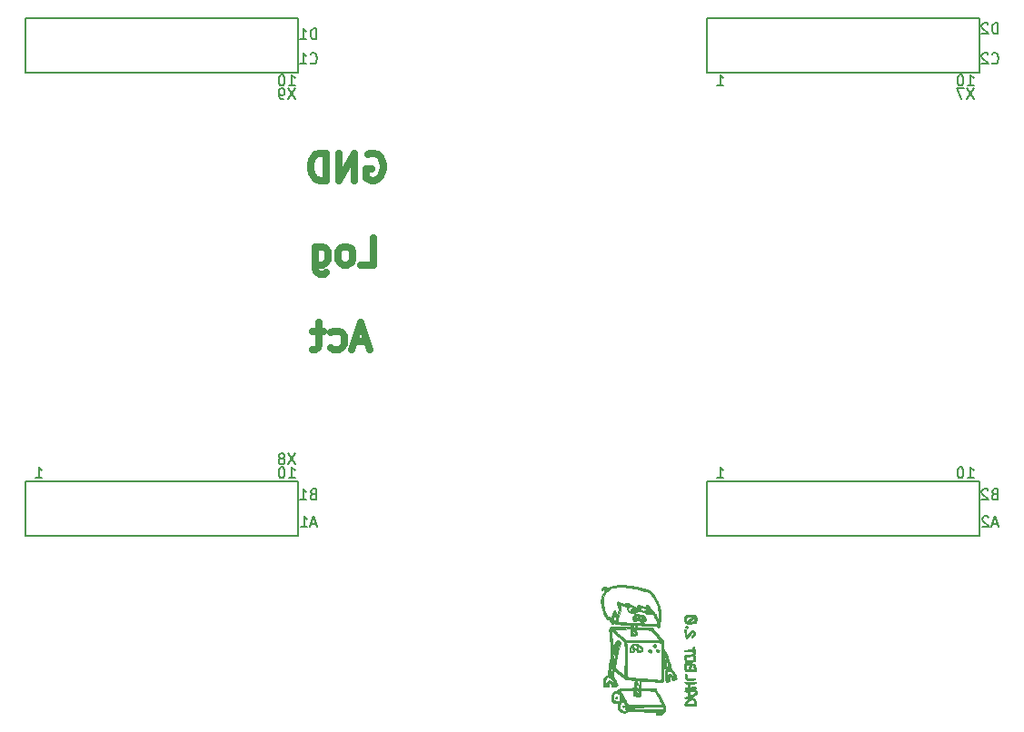
<source format=gbr>
G04 #@! TF.GenerationSoftware,KiCad,Pcbnew,(5.0.2)-1*
G04 #@! TF.CreationDate,2019-03-03T16:13:39-06:00*
G04 #@! TF.ProjectId,ArmDriveBoard_Hardware,41726d44-7269-4766-9542-6f6172645f48,rev?*
G04 #@! TF.SameCoordinates,Original*
G04 #@! TF.FileFunction,Legend,Bot*
G04 #@! TF.FilePolarity,Positive*
%FSLAX46Y46*%
G04 Gerber Fmt 4.6, Leading zero omitted, Abs format (unit mm)*
G04 Created by KiCad (PCBNEW (5.0.2)-1) date 3/3/2019 4:13:39 PM*
%MOMM*%
%LPD*%
G01*
G04 APERTURE LIST*
%ADD10C,0.635000*%
%ADD11C,0.150000*%
%ADD12C,0.010000*%
G04 APERTURE END LIST*
D10*
X152533047Y-105071333D02*
X151323523Y-105071333D01*
X152774952Y-105797047D02*
X151928285Y-103257047D01*
X151081619Y-105797047D01*
X149146380Y-105676095D02*
X149388285Y-105797047D01*
X149872095Y-105797047D01*
X150114000Y-105676095D01*
X150234952Y-105555142D01*
X150355904Y-105313238D01*
X150355904Y-104587523D01*
X150234952Y-104345619D01*
X150114000Y-104224666D01*
X149872095Y-104103714D01*
X149388285Y-104103714D01*
X149146380Y-104224666D01*
X148420666Y-104103714D02*
X147453047Y-104103714D01*
X148057809Y-103257047D02*
X148057809Y-105434190D01*
X147936857Y-105676095D01*
X147694952Y-105797047D01*
X147453047Y-105797047D01*
X151879904Y-97923047D02*
X153089428Y-97923047D01*
X153089428Y-95383047D01*
X150670380Y-97923047D02*
X150912285Y-97802095D01*
X151033238Y-97681142D01*
X151154190Y-97439238D01*
X151154190Y-96713523D01*
X151033238Y-96471619D01*
X150912285Y-96350666D01*
X150670380Y-96229714D01*
X150307523Y-96229714D01*
X150065619Y-96350666D01*
X149944666Y-96471619D01*
X149823714Y-96713523D01*
X149823714Y-97439238D01*
X149944666Y-97681142D01*
X150065619Y-97802095D01*
X150307523Y-97923047D01*
X150670380Y-97923047D01*
X147646571Y-96229714D02*
X147646571Y-98285904D01*
X147767523Y-98527809D01*
X147888476Y-98648761D01*
X148130380Y-98769714D01*
X148493238Y-98769714D01*
X148735142Y-98648761D01*
X147646571Y-97802095D02*
X147888476Y-97923047D01*
X148372285Y-97923047D01*
X148614190Y-97802095D01*
X148735142Y-97681142D01*
X148856095Y-97439238D01*
X148856095Y-96713523D01*
X148735142Y-96471619D01*
X148614190Y-96350666D01*
X148372285Y-96229714D01*
X147888476Y-96229714D01*
X147646571Y-96350666D01*
X152557238Y-87630000D02*
X152799142Y-87509047D01*
X153162000Y-87509047D01*
X153524857Y-87630000D01*
X153766761Y-87871904D01*
X153887714Y-88113809D01*
X154008666Y-88597619D01*
X154008666Y-88960476D01*
X153887714Y-89444285D01*
X153766761Y-89686190D01*
X153524857Y-89928095D01*
X153162000Y-90049047D01*
X152920095Y-90049047D01*
X152557238Y-89928095D01*
X152436285Y-89807142D01*
X152436285Y-88960476D01*
X152920095Y-88960476D01*
X151347714Y-90049047D02*
X151347714Y-87509047D01*
X149896285Y-90049047D01*
X149896285Y-87509047D01*
X148686761Y-90049047D02*
X148686761Y-87509047D01*
X148082000Y-87509047D01*
X147719142Y-87630000D01*
X147477238Y-87871904D01*
X147356285Y-88113809D01*
X147235333Y-88597619D01*
X147235333Y-88960476D01*
X147356285Y-89444285D01*
X147477238Y-89686190D01*
X147719142Y-89928095D01*
X148082000Y-90049047D01*
X148686761Y-90049047D01*
D11*
G04 #@! TO.C,U1*
X184150000Y-74930000D02*
X184150000Y-80010000D01*
X209550000Y-74930000D02*
X184150000Y-74930000D01*
X209550000Y-80010000D02*
X209550000Y-74930000D01*
X184150000Y-123190000D02*
X209550000Y-123190000D01*
X184150000Y-118110000D02*
X184150000Y-123190000D01*
X209550000Y-123190000D02*
X209550000Y-118110000D01*
X184150000Y-80010000D02*
X209550000Y-80010000D01*
X209550000Y-118110000D02*
X184150000Y-118110000D01*
X120650000Y-80010000D02*
X146050000Y-80010000D01*
X120650000Y-74930000D02*
X120650000Y-80010000D01*
X146050000Y-74930000D02*
X120650000Y-74930000D01*
X146050000Y-80010000D02*
X146050000Y-74930000D01*
X120650000Y-123190000D02*
X146050000Y-123190000D01*
X120650000Y-118110000D02*
X120650000Y-123190000D01*
X146050000Y-118110000D02*
X120650000Y-118110000D01*
X146050000Y-123190000D02*
X146050000Y-118110000D01*
D12*
G04 #@! TO.C,G\002A\002A\002A*
G36*
X177237537Y-130072521D02*
X177236120Y-130081867D01*
X177262486Y-130121577D01*
X177272527Y-130126176D01*
X177303407Y-130109828D01*
X177308933Y-130081867D01*
X177291749Y-130039717D01*
X177272527Y-130037558D01*
X177237537Y-130072521D01*
X177237537Y-130072521D01*
G37*
X177237537Y-130072521D02*
X177236120Y-130081867D01*
X177262486Y-130121577D01*
X177272527Y-130126176D01*
X177303407Y-130109828D01*
X177308933Y-130081867D01*
X177291749Y-130039717D01*
X177272527Y-130037558D01*
X177237537Y-130072521D01*
G36*
X177521577Y-130449106D02*
X177430491Y-130487018D01*
X177383658Y-130521448D01*
X177275079Y-130649838D01*
X177221410Y-130797350D01*
X177225019Y-130948898D01*
X177288275Y-131089395D01*
X177293405Y-131096334D01*
X177330850Y-131135264D01*
X177377325Y-131146179D01*
X177456388Y-131132034D01*
X177496023Y-131121734D01*
X177629790Y-131090887D01*
X177729597Y-131085453D01*
X177824975Y-131107243D01*
X177923301Y-131147923D01*
X178086115Y-131204876D01*
X178218001Y-131209373D01*
X178332007Y-131160474D01*
X178387644Y-131114506D01*
X178470519Y-131003302D01*
X178475971Y-130966848D01*
X178319065Y-130966848D01*
X178300734Y-131016643D01*
X178266578Y-131034073D01*
X178257439Y-131030281D01*
X178228784Y-130982375D01*
X178223333Y-130943468D01*
X178241693Y-130886885D01*
X178282410Y-130884665D01*
X178309002Y-130913222D01*
X178319065Y-130966848D01*
X178475971Y-130966848D01*
X178486926Y-130893605D01*
X178438129Y-130787197D01*
X178415761Y-130767090D01*
X178090682Y-130767090D01*
X178090485Y-130828918D01*
X178080855Y-130870263D01*
X178054327Y-130943241D01*
X178021767Y-130960586D01*
X177996633Y-130950595D01*
X177986449Y-130937000D01*
X177477513Y-130937000D01*
X177463966Y-130977184D01*
X177429847Y-130964977D01*
X177388591Y-130906564D01*
X177382103Y-130893073D01*
X177353027Y-130815010D01*
X177343553Y-130766073D01*
X177359005Y-130758817D01*
X177394497Y-130791424D01*
X177435582Y-130845461D01*
X177467815Y-130902494D01*
X177477513Y-130937000D01*
X177986449Y-130937000D01*
X177955706Y-130895963D01*
X177938593Y-130814130D01*
X177944857Y-130750733D01*
X177742778Y-130750733D01*
X177737932Y-130844135D01*
X177708275Y-130877808D01*
X177661700Y-130851339D01*
X177606098Y-130764314D01*
X177603072Y-130758051D01*
X177561293Y-130666143D01*
X177552735Y-130620961D01*
X177580916Y-130608361D01*
X177639133Y-130613017D01*
X177702010Y-130629599D01*
X177731635Y-130674076D01*
X177742778Y-130750733D01*
X177944857Y-130750733D01*
X177946323Y-130735907D01*
X177984348Y-130713938D01*
X178056681Y-130736180D01*
X178090682Y-130767090D01*
X178415761Y-130767090D01*
X178325390Y-130685858D01*
X178149974Y-130591370D01*
X177967639Y-130522650D01*
X177776746Y-130466894D01*
X177632527Y-130442388D01*
X177521577Y-130449106D01*
X177521577Y-130449106D01*
G37*
X177521577Y-130449106D02*
X177430491Y-130487018D01*
X177383658Y-130521448D01*
X177275079Y-130649838D01*
X177221410Y-130797350D01*
X177225019Y-130948898D01*
X177288275Y-131089395D01*
X177293405Y-131096334D01*
X177330850Y-131135264D01*
X177377325Y-131146179D01*
X177456388Y-131132034D01*
X177496023Y-131121734D01*
X177629790Y-131090887D01*
X177729597Y-131085453D01*
X177824975Y-131107243D01*
X177923301Y-131147923D01*
X178086115Y-131204876D01*
X178218001Y-131209373D01*
X178332007Y-131160474D01*
X178387644Y-131114506D01*
X178470519Y-131003302D01*
X178475971Y-130966848D01*
X178319065Y-130966848D01*
X178300734Y-131016643D01*
X178266578Y-131034073D01*
X178257439Y-131030281D01*
X178228784Y-130982375D01*
X178223333Y-130943468D01*
X178241693Y-130886885D01*
X178282410Y-130884665D01*
X178309002Y-130913222D01*
X178319065Y-130966848D01*
X178475971Y-130966848D01*
X178486926Y-130893605D01*
X178438129Y-130787197D01*
X178415761Y-130767090D01*
X178090682Y-130767090D01*
X178090485Y-130828918D01*
X178080855Y-130870263D01*
X178054327Y-130943241D01*
X178021767Y-130960586D01*
X177996633Y-130950595D01*
X177986449Y-130937000D01*
X177477513Y-130937000D01*
X177463966Y-130977184D01*
X177429847Y-130964977D01*
X177388591Y-130906564D01*
X177382103Y-130893073D01*
X177353027Y-130815010D01*
X177343553Y-130766073D01*
X177359005Y-130758817D01*
X177394497Y-130791424D01*
X177435582Y-130845461D01*
X177467815Y-130902494D01*
X177477513Y-130937000D01*
X177986449Y-130937000D01*
X177955706Y-130895963D01*
X177938593Y-130814130D01*
X177944857Y-130750733D01*
X177742778Y-130750733D01*
X177737932Y-130844135D01*
X177708275Y-130877808D01*
X177661700Y-130851339D01*
X177606098Y-130764314D01*
X177603072Y-130758051D01*
X177561293Y-130666143D01*
X177552735Y-130620961D01*
X177580916Y-130608361D01*
X177639133Y-130613017D01*
X177702010Y-130629599D01*
X177731635Y-130674076D01*
X177742778Y-130750733D01*
X177944857Y-130750733D01*
X177946323Y-130735907D01*
X177984348Y-130713938D01*
X178056681Y-130736180D01*
X178090682Y-130767090D01*
X178415761Y-130767090D01*
X178325390Y-130685858D01*
X178149974Y-130591370D01*
X177967639Y-130522650D01*
X177776746Y-130466894D01*
X177632527Y-130442388D01*
X177521577Y-130449106D01*
G36*
X179173332Y-133348268D02*
X179115419Y-133420425D01*
X179117444Y-133473566D01*
X179182019Y-133523732D01*
X179203785Y-133535397D01*
X179314353Y-133579702D01*
X179389316Y-133574446D01*
X179441018Y-133517907D01*
X179449265Y-133501149D01*
X179456798Y-133475873D01*
X179337499Y-133475873D01*
X179303564Y-133468767D01*
X179297139Y-133466356D01*
X179255668Y-133439527D01*
X179255370Y-133424274D01*
X179291196Y-133428073D01*
X179316098Y-133447398D01*
X179337499Y-133475873D01*
X179456798Y-133475873D01*
X179471022Y-133428154D01*
X179448730Y-133378055D01*
X179440073Y-133369317D01*
X179338717Y-133306127D01*
X179240226Y-133305672D01*
X179173332Y-133348268D01*
X179173332Y-133348268D01*
G37*
X179173332Y-133348268D02*
X179115419Y-133420425D01*
X179117444Y-133473566D01*
X179182019Y-133523732D01*
X179203785Y-133535397D01*
X179314353Y-133579702D01*
X179389316Y-133574446D01*
X179441018Y-133517907D01*
X179449265Y-133501149D01*
X179456798Y-133475873D01*
X179337499Y-133475873D01*
X179303564Y-133468767D01*
X179297139Y-133466356D01*
X179255668Y-133439527D01*
X179255370Y-133424274D01*
X179291196Y-133428073D01*
X179316098Y-133447398D01*
X179337499Y-133475873D01*
X179456798Y-133475873D01*
X179471022Y-133428154D01*
X179448730Y-133378055D01*
X179440073Y-133369317D01*
X179338717Y-133306127D01*
X179240226Y-133305672D01*
X179173332Y-133348268D01*
G36*
X177254241Y-133278643D02*
X177147126Y-133323265D01*
X177072857Y-133409479D01*
X177022795Y-133546423D01*
X176994374Y-133698636D01*
X176976516Y-133859502D01*
X176982227Y-133965087D01*
X177017504Y-134025522D01*
X177088344Y-134050940D01*
X177200744Y-134051473D01*
X177203114Y-134051322D01*
X177299175Y-134041739D01*
X177347760Y-134019498D01*
X177369093Y-133969830D01*
X177376667Y-133924586D01*
X177406099Y-133832626D01*
X177412051Y-133827891D01*
X177275067Y-133827891D01*
X177257935Y-133908791D01*
X177197998Y-133948185D01*
X177131133Y-133956926D01*
X177097351Y-133948266D01*
X177079292Y-133908557D01*
X177072469Y-133823043D01*
X177071867Y-133762045D01*
X177075391Y-133651872D01*
X177084509Y-133571023D01*
X177093990Y-133542366D01*
X177127181Y-133548121D01*
X177173713Y-133598107D01*
X177221756Y-133673671D01*
X177259482Y-133756161D01*
X177275062Y-133826925D01*
X177275067Y-133827891D01*
X177412051Y-133827891D01*
X177450858Y-133797021D01*
X177527793Y-133808275D01*
X177608728Y-133854919D01*
X177667504Y-133918296D01*
X177681467Y-133961496D01*
X177688900Y-134012071D01*
X177719873Y-134034063D01*
X177787398Y-134029358D01*
X177904485Y-133999841D01*
X177918533Y-133995851D01*
X178054398Y-133954479D01*
X178135883Y-133918664D01*
X178174419Y-133877927D01*
X178181432Y-133821789D01*
X178175126Y-133778750D01*
X178064028Y-133778750D01*
X178061446Y-133829506D01*
X178046994Y-133838886D01*
X177974517Y-133862262D01*
X177952400Y-133869577D01*
X177841307Y-133887123D01*
X177767837Y-133851114D01*
X177748989Y-133823740D01*
X177731640Y-133755682D01*
X177754126Y-133669721D01*
X177768590Y-133637473D01*
X177814948Y-133551871D01*
X177854341Y-133525768D01*
X177903358Y-133555157D01*
X177942264Y-133595534D01*
X178022791Y-133697252D01*
X178064028Y-133778750D01*
X178175126Y-133778750D01*
X178172776Y-133762718D01*
X178128376Y-133621270D01*
X178046908Y-133517821D01*
X177948816Y-133449522D01*
X177748142Y-133449522D01*
X177677592Y-133569094D01*
X177601448Y-133662640D01*
X177521183Y-133689649D01*
X177434655Y-133649990D01*
X177343628Y-133548969D01*
X177289613Y-133463213D01*
X177262516Y-133397198D01*
X177263163Y-133375729D01*
X177308417Y-133358391D01*
X177397021Y-133357923D01*
X177507285Y-133372272D01*
X177617522Y-133399386D01*
X177655538Y-133412863D01*
X177748142Y-133449522D01*
X177948816Y-133449522D01*
X177947611Y-133448683D01*
X177783287Y-133359021D01*
X177651725Y-133303459D01*
X177531877Y-133274957D01*
X177402836Y-133266477D01*
X177254241Y-133278643D01*
X177254241Y-133278643D01*
G37*
X177254241Y-133278643D02*
X177147126Y-133323265D01*
X177072857Y-133409479D01*
X177022795Y-133546423D01*
X176994374Y-133698636D01*
X176976516Y-133859502D01*
X176982227Y-133965087D01*
X177017504Y-134025522D01*
X177088344Y-134050940D01*
X177200744Y-134051473D01*
X177203114Y-134051322D01*
X177299175Y-134041739D01*
X177347760Y-134019498D01*
X177369093Y-133969830D01*
X177376667Y-133924586D01*
X177406099Y-133832626D01*
X177412051Y-133827891D01*
X177275067Y-133827891D01*
X177257935Y-133908791D01*
X177197998Y-133948185D01*
X177131133Y-133956926D01*
X177097351Y-133948266D01*
X177079292Y-133908557D01*
X177072469Y-133823043D01*
X177071867Y-133762045D01*
X177075391Y-133651872D01*
X177084509Y-133571023D01*
X177093990Y-133542366D01*
X177127181Y-133548121D01*
X177173713Y-133598107D01*
X177221756Y-133673671D01*
X177259482Y-133756161D01*
X177275062Y-133826925D01*
X177275067Y-133827891D01*
X177412051Y-133827891D01*
X177450858Y-133797021D01*
X177527793Y-133808275D01*
X177608728Y-133854919D01*
X177667504Y-133918296D01*
X177681467Y-133961496D01*
X177688900Y-134012071D01*
X177719873Y-134034063D01*
X177787398Y-134029358D01*
X177904485Y-133999841D01*
X177918533Y-133995851D01*
X178054398Y-133954479D01*
X178135883Y-133918664D01*
X178174419Y-133877927D01*
X178181432Y-133821789D01*
X178175126Y-133778750D01*
X178064028Y-133778750D01*
X178061446Y-133829506D01*
X178046994Y-133838886D01*
X177974517Y-133862262D01*
X177952400Y-133869577D01*
X177841307Y-133887123D01*
X177767837Y-133851114D01*
X177748989Y-133823740D01*
X177731640Y-133755682D01*
X177754126Y-133669721D01*
X177768590Y-133637473D01*
X177814948Y-133551871D01*
X177854341Y-133525768D01*
X177903358Y-133555157D01*
X177942264Y-133595534D01*
X178022791Y-133697252D01*
X178064028Y-133778750D01*
X178175126Y-133778750D01*
X178172776Y-133762718D01*
X178128376Y-133621270D01*
X178046908Y-133517821D01*
X177948816Y-133449522D01*
X177748142Y-133449522D01*
X177677592Y-133569094D01*
X177601448Y-133662640D01*
X177521183Y-133689649D01*
X177434655Y-133649990D01*
X177343628Y-133548969D01*
X177289613Y-133463213D01*
X177262516Y-133397198D01*
X177263163Y-133375729D01*
X177308417Y-133358391D01*
X177397021Y-133357923D01*
X177507285Y-133372272D01*
X177617522Y-133399386D01*
X177655538Y-133412863D01*
X177748142Y-133449522D01*
X177948816Y-133449522D01*
X177947611Y-133448683D01*
X177783287Y-133359021D01*
X177651725Y-133303459D01*
X177531877Y-133274957D01*
X177402836Y-133266477D01*
X177254241Y-133278643D01*
G36*
X179452970Y-133805199D02*
X179414280Y-133864176D01*
X179421279Y-133937018D01*
X179483935Y-134008480D01*
X179587228Y-134056199D01*
X179669419Y-134042453D01*
X179714883Y-133990820D01*
X179724279Y-133952670D01*
X179628011Y-133952670D01*
X179588366Y-133946640D01*
X179529194Y-133907723D01*
X179484092Y-133870558D01*
X179494836Y-133858912D01*
X179534037Y-133858000D01*
X179599920Y-133879545D01*
X179624114Y-133908800D01*
X179628011Y-133952670D01*
X179724279Y-133952670D01*
X179737602Y-133898576D01*
X179695971Y-133827364D01*
X179627450Y-133789754D01*
X179527358Y-133775315D01*
X179452970Y-133805199D01*
X179452970Y-133805199D01*
G37*
X179452970Y-133805199D02*
X179414280Y-133864176D01*
X179421279Y-133937018D01*
X179483935Y-134008480D01*
X179587228Y-134056199D01*
X179669419Y-134042453D01*
X179714883Y-133990820D01*
X179724279Y-133952670D01*
X179628011Y-133952670D01*
X179588366Y-133946640D01*
X179529194Y-133907723D01*
X179484092Y-133870558D01*
X179494836Y-133858912D01*
X179534037Y-133858000D01*
X179599920Y-133879545D01*
X179624114Y-133908800D01*
X179628011Y-133952670D01*
X179724279Y-133952670D01*
X179737602Y-133898576D01*
X179695971Y-133827364D01*
X179627450Y-133789754D01*
X179527358Y-133775315D01*
X179452970Y-133805199D01*
G36*
X178763449Y-133781090D02*
X178706627Y-133850604D01*
X178697985Y-133907107D01*
X178717844Y-134000440D01*
X178784232Y-134055258D01*
X178839382Y-134073058D01*
X178919869Y-134076031D01*
X178978341Y-134026870D01*
X178983316Y-134019937D01*
X179030597Y-133914069D01*
X179030203Y-133911082D01*
X178934533Y-133911082D01*
X178911983Y-133952827D01*
X178859803Y-133952719D01*
X178801202Y-133911288D01*
X178798387Y-133907982D01*
X178771537Y-133857568D01*
X178774755Y-133837156D01*
X178823259Y-133828414D01*
X178886071Y-133852363D01*
X178929832Y-133893570D01*
X178934533Y-133911082D01*
X179030203Y-133911082D01*
X179019156Y-133827539D01*
X178953962Y-133771589D01*
X178866800Y-133756400D01*
X178763449Y-133781090D01*
X178763449Y-133781090D01*
G37*
X178763449Y-133781090D02*
X178706627Y-133850604D01*
X178697985Y-133907107D01*
X178717844Y-134000440D01*
X178784232Y-134055258D01*
X178839382Y-134073058D01*
X178919869Y-134076031D01*
X178978341Y-134026870D01*
X178983316Y-134019937D01*
X179030597Y-133914069D01*
X179030203Y-133911082D01*
X178934533Y-133911082D01*
X178911983Y-133952827D01*
X178859803Y-133952719D01*
X178801202Y-133911288D01*
X178798387Y-133907982D01*
X178771537Y-133857568D01*
X178774755Y-133837156D01*
X178823259Y-133828414D01*
X178886071Y-133852363D01*
X178929832Y-133893570D01*
X178934533Y-133911082D01*
X179030203Y-133911082D01*
X179019156Y-133827539D01*
X178953962Y-133771589D01*
X178866800Y-133756400D01*
X178763449Y-133781090D01*
G36*
X175706762Y-138186658D02*
X175663423Y-138249306D01*
X175661548Y-138311036D01*
X175700606Y-138358472D01*
X175756882Y-138340609D01*
X175778160Y-138321627D01*
X175812548Y-138260581D01*
X175814405Y-138197836D01*
X175784752Y-138160996D01*
X175772147Y-138159067D01*
X175706762Y-138186658D01*
X175706762Y-138186658D01*
G37*
X175706762Y-138186658D02*
X175663423Y-138249306D01*
X175661548Y-138311036D01*
X175700606Y-138358472D01*
X175756882Y-138340609D01*
X175778160Y-138321627D01*
X175812548Y-138260581D01*
X175814405Y-138197836D01*
X175784752Y-138160996D01*
X175772147Y-138159067D01*
X175706762Y-138186658D01*
G36*
X176395968Y-139022211D02*
X176338629Y-139065378D01*
X176333292Y-139116056D01*
X176361794Y-139185054D01*
X176413912Y-139192068D01*
X176479178Y-139141224D01*
X176515764Y-139071822D01*
X176495248Y-139024774D01*
X176427814Y-139014645D01*
X176395968Y-139022211D01*
X176395968Y-139022211D01*
G37*
X176395968Y-139022211D02*
X176338629Y-139065378D01*
X176333292Y-139116056D01*
X176361794Y-139185054D01*
X176413912Y-139192068D01*
X176479178Y-139141224D01*
X176515764Y-139071822D01*
X176495248Y-139024774D01*
X176427814Y-139014645D01*
X176395968Y-139022211D01*
G36*
X182554878Y-130538229D02*
X182407035Y-130553805D01*
X182292263Y-130579873D01*
X182273277Y-130587074D01*
X182150729Y-130654558D01*
X182080994Y-130739139D01*
X182055109Y-130857043D01*
X182058917Y-130975277D01*
X182076935Y-131103401D01*
X182103822Y-131218536D01*
X182123287Y-131272158D01*
X182149731Y-131320304D01*
X182183110Y-131349392D01*
X182239733Y-131364654D01*
X182335909Y-131371319D01*
X182440084Y-131373755D01*
X182608017Y-131370859D01*
X182785627Y-131358478D01*
X182930800Y-131339847D01*
X183049270Y-131317109D01*
X183119358Y-131293244D01*
X183159492Y-131255960D01*
X183188098Y-131192971D01*
X183199456Y-131160670D01*
X183225386Y-131019411D01*
X183219498Y-130909831D01*
X183027631Y-130909831D01*
X183025931Y-130967379D01*
X183016844Y-131066388D01*
X182994323Y-131119781D01*
X182940808Y-131149549D01*
X182863067Y-131171341D01*
X182714693Y-131206713D01*
X182628145Y-131216957D01*
X182601091Y-131198661D01*
X182631199Y-131148413D01*
X182716137Y-131062798D01*
X182760781Y-131021667D01*
X182861744Y-130931594D01*
X182945079Y-130860511D01*
X182997184Y-130819903D01*
X183005617Y-130814979D01*
X183021346Y-130837960D01*
X183027631Y-130909831D01*
X183219498Y-130909831D01*
X183217221Y-130867471D01*
X183179542Y-130726529D01*
X183171667Y-130712910D01*
X182803684Y-130712910D01*
X182706375Y-130816550D01*
X182624771Y-130896050D01*
X182517361Y-130991350D01*
X182441258Y-131054445D01*
X182349277Y-131125484D01*
X182295242Y-131157272D01*
X182265808Y-131154799D01*
X182248905Y-131126350D01*
X182230378Y-131047534D01*
X182221980Y-130956353D01*
X182240189Y-130858514D01*
X182288805Y-130776628D01*
X182349019Y-130737825D01*
X182392501Y-130734023D01*
X182483083Y-130728515D01*
X182587842Y-130723146D01*
X182803684Y-130712910D01*
X183171667Y-130712910D01*
X183116933Y-130618262D01*
X183077350Y-130582920D01*
X182997029Y-130555492D01*
X182869856Y-130538969D01*
X182715812Y-130533250D01*
X182554878Y-130538229D01*
X182554878Y-130538229D01*
G37*
X182554878Y-130538229D02*
X182407035Y-130553805D01*
X182292263Y-130579873D01*
X182273277Y-130587074D01*
X182150729Y-130654558D01*
X182080994Y-130739139D01*
X182055109Y-130857043D01*
X182058917Y-130975277D01*
X182076935Y-131103401D01*
X182103822Y-131218536D01*
X182123287Y-131272158D01*
X182149731Y-131320304D01*
X182183110Y-131349392D01*
X182239733Y-131364654D01*
X182335909Y-131371319D01*
X182440084Y-131373755D01*
X182608017Y-131370859D01*
X182785627Y-131358478D01*
X182930800Y-131339847D01*
X183049270Y-131317109D01*
X183119358Y-131293244D01*
X183159492Y-131255960D01*
X183188098Y-131192971D01*
X183199456Y-131160670D01*
X183225386Y-131019411D01*
X183219498Y-130909831D01*
X183027631Y-130909831D01*
X183025931Y-130967379D01*
X183016844Y-131066388D01*
X182994323Y-131119781D01*
X182940808Y-131149549D01*
X182863067Y-131171341D01*
X182714693Y-131206713D01*
X182628145Y-131216957D01*
X182601091Y-131198661D01*
X182631199Y-131148413D01*
X182716137Y-131062798D01*
X182760781Y-131021667D01*
X182861744Y-130931594D01*
X182945079Y-130860511D01*
X182997184Y-130819903D01*
X183005617Y-130814979D01*
X183021346Y-130837960D01*
X183027631Y-130909831D01*
X183219498Y-130909831D01*
X183217221Y-130867471D01*
X183179542Y-130726529D01*
X183171667Y-130712910D01*
X182803684Y-130712910D01*
X182706375Y-130816550D01*
X182624771Y-130896050D01*
X182517361Y-130991350D01*
X182441258Y-131054445D01*
X182349277Y-131125484D01*
X182295242Y-131157272D01*
X182265808Y-131154799D01*
X182248905Y-131126350D01*
X182230378Y-131047534D01*
X182221980Y-130956353D01*
X182240189Y-130858514D01*
X182288805Y-130776628D01*
X182349019Y-130737825D01*
X182392501Y-130734023D01*
X182483083Y-130728515D01*
X182587842Y-130723146D01*
X182803684Y-130712910D01*
X183171667Y-130712910D01*
X183116933Y-130618262D01*
X183077350Y-130582920D01*
X182997029Y-130555492D01*
X182869856Y-130538969D01*
X182715812Y-130533250D01*
X182554878Y-130538229D01*
G36*
X182197030Y-131579017D02*
X182163150Y-131642015D01*
X182170314Y-131729171D01*
X182214981Y-131777625D01*
X182286431Y-131791463D01*
X182353088Y-131769536D01*
X182378453Y-131736730D01*
X182378116Y-131656195D01*
X182327657Y-131588989D01*
X182262785Y-131561743D01*
X182197030Y-131579017D01*
X182197030Y-131579017D01*
G37*
X182197030Y-131579017D02*
X182163150Y-131642015D01*
X182170314Y-131729171D01*
X182214981Y-131777625D01*
X182286431Y-131791463D01*
X182353088Y-131769536D01*
X182378453Y-131736730D01*
X182378116Y-131656195D01*
X182327657Y-131588989D01*
X182262785Y-131561743D01*
X182197030Y-131579017D01*
G36*
X182101174Y-131881445D02*
X182071406Y-131913394D01*
X182064372Y-131986824D01*
X182070083Y-132057806D01*
X182099548Y-132282308D01*
X182132629Y-132467066D01*
X182167416Y-132603391D01*
X182202002Y-132682593D01*
X182209250Y-132691345D01*
X182257685Y-132730291D01*
X182306236Y-132730917D01*
X182372000Y-132702409D01*
X182426353Y-132655666D01*
X182494462Y-132570753D01*
X182540393Y-132500626D01*
X182639431Y-132353183D01*
X182734495Y-132245033D01*
X182817601Y-132183852D01*
X182877978Y-132176138D01*
X182924569Y-132223879D01*
X182916967Y-132308215D01*
X182855724Y-132425854D01*
X182829821Y-132463235D01*
X182770771Y-132560814D01*
X182747090Y-132636258D01*
X182749465Y-132656373D01*
X182792666Y-132699597D01*
X182860144Y-132689582D01*
X182940866Y-132630895D01*
X183009913Y-132548640D01*
X183070907Y-132449544D01*
X183093180Y-132370329D01*
X183086637Y-132289609D01*
X183037943Y-132148270D01*
X182957963Y-132047162D01*
X182857200Y-131998124D01*
X182825550Y-131995334D01*
X182720766Y-132012271D01*
X182623535Y-132068857D01*
X182522370Y-132173757D01*
X182438395Y-132287328D01*
X182364808Y-132386046D01*
X182313960Y-132429552D01*
X182281717Y-132414935D01*
X182263948Y-132339279D01*
X182256521Y-132199673D01*
X182255847Y-132158619D01*
X182240905Y-132013279D01*
X182202709Y-131916848D01*
X182144981Y-131875996D01*
X182101174Y-131881445D01*
X182101174Y-131881445D01*
G37*
X182101174Y-131881445D02*
X182071406Y-131913394D01*
X182064372Y-131986824D01*
X182070083Y-132057806D01*
X182099548Y-132282308D01*
X182132629Y-132467066D01*
X182167416Y-132603391D01*
X182202002Y-132682593D01*
X182209250Y-132691345D01*
X182257685Y-132730291D01*
X182306236Y-132730917D01*
X182372000Y-132702409D01*
X182426353Y-132655666D01*
X182494462Y-132570753D01*
X182540393Y-132500626D01*
X182639431Y-132353183D01*
X182734495Y-132245033D01*
X182817601Y-132183852D01*
X182877978Y-132176138D01*
X182924569Y-132223879D01*
X182916967Y-132308215D01*
X182855724Y-132425854D01*
X182829821Y-132463235D01*
X182770771Y-132560814D01*
X182747090Y-132636258D01*
X182749465Y-132656373D01*
X182792666Y-132699597D01*
X182860144Y-132689582D01*
X182940866Y-132630895D01*
X183009913Y-132548640D01*
X183070907Y-132449544D01*
X183093180Y-132370329D01*
X183086637Y-132289609D01*
X183037943Y-132148270D01*
X182957963Y-132047162D01*
X182857200Y-131998124D01*
X182825550Y-131995334D01*
X182720766Y-132012271D01*
X182623535Y-132068857D01*
X182522370Y-132173757D01*
X182438395Y-132287328D01*
X182364808Y-132386046D01*
X182313960Y-132429552D01*
X182281717Y-132414935D01*
X182263948Y-132339279D01*
X182256521Y-132199673D01*
X182255847Y-132158619D01*
X182240905Y-132013279D01*
X182202709Y-131916848D01*
X182144981Y-131875996D01*
X182101174Y-131881445D01*
G36*
X182876097Y-133533078D02*
X182838782Y-133567794D01*
X182835198Y-133641392D01*
X182838919Y-133667705D01*
X182857306Y-133781010D01*
X182631586Y-133802331D01*
X182482895Y-133813933D01*
X182333023Y-133821777D01*
X182242644Y-133823893D01*
X182144962Y-133826929D01*
X182098723Y-133841081D01*
X182087705Y-133874488D01*
X182090244Y-133900334D01*
X182097714Y-133933259D01*
X182116931Y-133954697D01*
X182159882Y-133966745D01*
X182238553Y-133971501D01*
X182364931Y-133971064D01*
X182482066Y-133968914D01*
X182648176Y-133966572D01*
X182757984Y-133968480D01*
X182822867Y-133976153D01*
X182854200Y-133991105D01*
X182863360Y-134014851D01*
X182863529Y-134019714D01*
X182872745Y-134101939D01*
X182882904Y-134148566D01*
X182887084Y-134179085D01*
X182873230Y-134201262D01*
X182830586Y-134218390D01*
X182748392Y-134233761D01*
X182615889Y-134250668D01*
X182510130Y-134262656D01*
X182118444Y-134306312D01*
X182084425Y-134432651D01*
X182069332Y-134554428D01*
X182077281Y-134694427D01*
X182104513Y-134825115D01*
X182147267Y-134918959D01*
X182151575Y-134924449D01*
X182218773Y-134958226D01*
X182340074Y-134970931D01*
X182505109Y-134962247D01*
X182659867Y-134940005D01*
X182793999Y-134921740D01*
X182931487Y-134911117D01*
X182956200Y-134910377D01*
X183100133Y-134907867D01*
X183099925Y-134696200D01*
X183094452Y-134610888D01*
X182930281Y-134610888D01*
X182929530Y-134667238D01*
X182920414Y-134708295D01*
X182893436Y-134737112D01*
X182839103Y-134756738D01*
X182747918Y-134770223D01*
X182610388Y-134780619D01*
X182417016Y-134790974D01*
X182360878Y-134793811D01*
X182281231Y-134768175D01*
X182246513Y-134719864D01*
X182225072Y-134616385D01*
X182248198Y-134523344D01*
X182308789Y-134463350D01*
X182329372Y-134456062D01*
X182401854Y-134442908D01*
X182516128Y-134427222D01*
X182637831Y-134413428D01*
X182778198Y-134403765D01*
X182864820Y-134415435D01*
X182910484Y-134457072D01*
X182927974Y-134537309D01*
X182930281Y-134610888D01*
X183094452Y-134610888D01*
X183090854Y-134554813D01*
X183067143Y-134434799D01*
X183048765Y-134386836D01*
X183020926Y-134308695D01*
X183023210Y-134253097D01*
X183024310Y-134251370D01*
X183042715Y-134190314D01*
X183044875Y-134128933D01*
X183040587Y-134051312D01*
X183035309Y-133933183D01*
X183030762Y-133815739D01*
X183015842Y-133658003D01*
X182983276Y-133562324D01*
X182930948Y-133524830D01*
X182876097Y-133533078D01*
X182876097Y-133533078D01*
G37*
X182876097Y-133533078D02*
X182838782Y-133567794D01*
X182835198Y-133641392D01*
X182838919Y-133667705D01*
X182857306Y-133781010D01*
X182631586Y-133802331D01*
X182482895Y-133813933D01*
X182333023Y-133821777D01*
X182242644Y-133823893D01*
X182144962Y-133826929D01*
X182098723Y-133841081D01*
X182087705Y-133874488D01*
X182090244Y-133900334D01*
X182097714Y-133933259D01*
X182116931Y-133954697D01*
X182159882Y-133966745D01*
X182238553Y-133971501D01*
X182364931Y-133971064D01*
X182482066Y-133968914D01*
X182648176Y-133966572D01*
X182757984Y-133968480D01*
X182822867Y-133976153D01*
X182854200Y-133991105D01*
X182863360Y-134014851D01*
X182863529Y-134019714D01*
X182872745Y-134101939D01*
X182882904Y-134148566D01*
X182887084Y-134179085D01*
X182873230Y-134201262D01*
X182830586Y-134218390D01*
X182748392Y-134233761D01*
X182615889Y-134250668D01*
X182510130Y-134262656D01*
X182118444Y-134306312D01*
X182084425Y-134432651D01*
X182069332Y-134554428D01*
X182077281Y-134694427D01*
X182104513Y-134825115D01*
X182147267Y-134918959D01*
X182151575Y-134924449D01*
X182218773Y-134958226D01*
X182340074Y-134970931D01*
X182505109Y-134962247D01*
X182659867Y-134940005D01*
X182793999Y-134921740D01*
X182931487Y-134911117D01*
X182956200Y-134910377D01*
X183100133Y-134907867D01*
X183099925Y-134696200D01*
X183094452Y-134610888D01*
X182930281Y-134610888D01*
X182929530Y-134667238D01*
X182920414Y-134708295D01*
X182893436Y-134737112D01*
X182839103Y-134756738D01*
X182747918Y-134770223D01*
X182610388Y-134780619D01*
X182417016Y-134790974D01*
X182360878Y-134793811D01*
X182281231Y-134768175D01*
X182246513Y-134719864D01*
X182225072Y-134616385D01*
X182248198Y-134523344D01*
X182308789Y-134463350D01*
X182329372Y-134456062D01*
X182401854Y-134442908D01*
X182516128Y-134427222D01*
X182637831Y-134413428D01*
X182778198Y-134403765D01*
X182864820Y-134415435D01*
X182910484Y-134457072D01*
X182927974Y-134537309D01*
X182930281Y-134610888D01*
X183094452Y-134610888D01*
X183090854Y-134554813D01*
X183067143Y-134434799D01*
X183048765Y-134386836D01*
X183020926Y-134308695D01*
X183023210Y-134253097D01*
X183024310Y-134251370D01*
X183042715Y-134190314D01*
X183044875Y-134128933D01*
X183040587Y-134051312D01*
X183035309Y-133933183D01*
X183030762Y-133815739D01*
X183015842Y-133658003D01*
X182983276Y-133562324D01*
X182930948Y-133524830D01*
X182876097Y-133533078D01*
G36*
X182253377Y-135039978D02*
X182157447Y-135068336D01*
X182116507Y-135095932D01*
X182097844Y-135152947D01*
X182086215Y-135256905D01*
X182081596Y-135387387D01*
X182083961Y-135523972D01*
X182093288Y-135646240D01*
X182109550Y-135733770D01*
X182117297Y-135753220D01*
X182157527Y-135797651D01*
X182227663Y-135813911D01*
X182296581Y-135813033D01*
X182392773Y-135808764D01*
X182533865Y-135803605D01*
X182697042Y-135798359D01*
X182791404Y-135795632D01*
X183143075Y-135785930D01*
X183126609Y-135580791D01*
X182956260Y-135580791D01*
X182925960Y-135610753D01*
X182855527Y-135618761D01*
X182810732Y-135619067D01*
X182656797Y-135619067D01*
X182679723Y-135492067D01*
X182714621Y-135352840D01*
X182742458Y-135304534D01*
X182532467Y-135304534D01*
X182506347Y-135442083D01*
X182486470Y-135509000D01*
X182452517Y-135585206D01*
X182399664Y-135614953D01*
X182335507Y-135619067D01*
X182219600Y-135619067D01*
X182219600Y-135431962D01*
X182222595Y-135322859D01*
X182237033Y-135261462D01*
X182271098Y-135227822D01*
X182310513Y-135210292D01*
X182403434Y-135187647D01*
X182471380Y-135185730D01*
X182520850Y-135219911D01*
X182532467Y-135304534D01*
X182742458Y-135304534D01*
X182760321Y-135273538D01*
X182821308Y-135246647D01*
X182826371Y-135246533D01*
X182873768Y-135268120D01*
X182910557Y-135340495D01*
X182926779Y-135396997D01*
X182954007Y-135514373D01*
X182956260Y-135580791D01*
X183126609Y-135580791D01*
X183125610Y-135568353D01*
X183105249Y-135429114D01*
X183070868Y-135296332D01*
X183041220Y-135222455D01*
X182995742Y-135145049D01*
X182948502Y-135107023D01*
X182873900Y-135094066D01*
X182808614Y-135092405D01*
X182693327Y-135082875D01*
X182595254Y-135060838D01*
X182566771Y-135048900D01*
X182484333Y-135027513D01*
X182371103Y-135025455D01*
X182253377Y-135039978D01*
X182253377Y-135039978D01*
G37*
X182253377Y-135039978D02*
X182157447Y-135068336D01*
X182116507Y-135095932D01*
X182097844Y-135152947D01*
X182086215Y-135256905D01*
X182081596Y-135387387D01*
X182083961Y-135523972D01*
X182093288Y-135646240D01*
X182109550Y-135733770D01*
X182117297Y-135753220D01*
X182157527Y-135797651D01*
X182227663Y-135813911D01*
X182296581Y-135813033D01*
X182392773Y-135808764D01*
X182533865Y-135803605D01*
X182697042Y-135798359D01*
X182791404Y-135795632D01*
X183143075Y-135785930D01*
X183126609Y-135580791D01*
X182956260Y-135580791D01*
X182925960Y-135610753D01*
X182855527Y-135618761D01*
X182810732Y-135619067D01*
X182656797Y-135619067D01*
X182679723Y-135492067D01*
X182714621Y-135352840D01*
X182742458Y-135304534D01*
X182532467Y-135304534D01*
X182506347Y-135442083D01*
X182486470Y-135509000D01*
X182452517Y-135585206D01*
X182399664Y-135614953D01*
X182335507Y-135619067D01*
X182219600Y-135619067D01*
X182219600Y-135431962D01*
X182222595Y-135322859D01*
X182237033Y-135261462D01*
X182271098Y-135227822D01*
X182310513Y-135210292D01*
X182403434Y-135187647D01*
X182471380Y-135185730D01*
X182520850Y-135219911D01*
X182532467Y-135304534D01*
X182742458Y-135304534D01*
X182760321Y-135273538D01*
X182821308Y-135246647D01*
X182826371Y-135246533D01*
X182873768Y-135268120D01*
X182910557Y-135340495D01*
X182926779Y-135396997D01*
X182954007Y-135514373D01*
X182956260Y-135580791D01*
X183126609Y-135580791D01*
X183125610Y-135568353D01*
X183105249Y-135429114D01*
X183070868Y-135296332D01*
X183041220Y-135222455D01*
X182995742Y-135145049D01*
X182948502Y-135107023D01*
X182873900Y-135094066D01*
X182808614Y-135092405D01*
X182693327Y-135082875D01*
X182595254Y-135060838D01*
X182566771Y-135048900D01*
X182484333Y-135027513D01*
X182371103Y-135025455D01*
X182253377Y-135039978D01*
G36*
X182117095Y-136057054D02*
X182104453Y-136084734D01*
X182107112Y-136139909D01*
X182110461Y-136238459D01*
X182112920Y-136326515D01*
X182134394Y-136495692D01*
X182191759Y-136608958D01*
X182289585Y-136669911D01*
X182432439Y-136682148D01*
X182545195Y-136666932D01*
X182661252Y-136648899D01*
X182803736Y-136632403D01*
X182882246Y-136625534D01*
X183013983Y-136606002D01*
X183086681Y-136572732D01*
X183097404Y-136528118D01*
X183056360Y-136483617D01*
X182986765Y-136462531D01*
X182860919Y-136462413D01*
X182772300Y-136470458D01*
X182631609Y-136484227D01*
X182498174Y-136494205D01*
X182414333Y-136497861D01*
X182287333Y-136499600D01*
X182286871Y-136338734D01*
X182280149Y-136182267D01*
X182259097Y-136084630D01*
X182220762Y-136037881D01*
X182172852Y-136032157D01*
X182117095Y-136057054D01*
X182117095Y-136057054D01*
G37*
X182117095Y-136057054D02*
X182104453Y-136084734D01*
X182107112Y-136139909D01*
X182110461Y-136238459D01*
X182112920Y-136326515D01*
X182134394Y-136495692D01*
X182191759Y-136608958D01*
X182289585Y-136669911D01*
X182432439Y-136682148D01*
X182545195Y-136666932D01*
X182661252Y-136648899D01*
X182803736Y-136632403D01*
X182882246Y-136625534D01*
X183013983Y-136606002D01*
X183086681Y-136572732D01*
X183097404Y-136528118D01*
X183056360Y-136483617D01*
X182986765Y-136462531D01*
X182860919Y-136462413D01*
X182772300Y-136470458D01*
X182631609Y-136484227D01*
X182498174Y-136494205D01*
X182414333Y-136497861D01*
X182287333Y-136499600D01*
X182286871Y-136338734D01*
X182280149Y-136182267D01*
X182259097Y-136084630D01*
X182220762Y-136037881D01*
X182172852Y-136032157D01*
X182117095Y-136057054D01*
G36*
X182388257Y-136805703D02*
X182242946Y-136810075D01*
X182149198Y-136818215D01*
X182098949Y-136830820D01*
X182084133Y-136848427D01*
X182114299Y-136921028D01*
X182199855Y-136963837D01*
X182294107Y-136973734D01*
X182422800Y-136973734D01*
X182422800Y-137143067D01*
X182417399Y-137250670D01*
X182390992Y-137305416D01*
X182328269Y-137321939D01*
X182240486Y-137317366D01*
X182155401Y-137331226D01*
X182110709Y-137380977D01*
X182119903Y-137451423D01*
X182134624Y-137477275D01*
X182153520Y-137494945D01*
X182186935Y-137504745D01*
X182245214Y-137506987D01*
X182338699Y-137501983D01*
X182477735Y-137490046D01*
X182672666Y-137471488D01*
X182699466Y-137468912D01*
X182856662Y-137452055D01*
X182988497Y-137434625D01*
X183080683Y-137418735D01*
X183118516Y-137406994D01*
X183128345Y-137359113D01*
X183120460Y-137325966D01*
X183100017Y-137296998D01*
X183057005Y-137282416D01*
X182976480Y-137280159D01*
X182845343Y-137288027D01*
X182592133Y-137307177D01*
X182592133Y-136981137D01*
X182843854Y-136968425D01*
X182991179Y-136958284D01*
X183081091Y-136943223D01*
X183123908Y-136919103D01*
X183129946Y-136881783D01*
X183122313Y-136856661D01*
X183104804Y-136836116D01*
X183064043Y-136821615D01*
X182990177Y-136812184D01*
X182873351Y-136806849D01*
X182703711Y-136804639D01*
X182593196Y-136804400D01*
X182388257Y-136805703D01*
X182388257Y-136805703D01*
G37*
X182388257Y-136805703D02*
X182242946Y-136810075D01*
X182149198Y-136818215D01*
X182098949Y-136830820D01*
X182084133Y-136848427D01*
X182114299Y-136921028D01*
X182199855Y-136963837D01*
X182294107Y-136973734D01*
X182422800Y-136973734D01*
X182422800Y-137143067D01*
X182417399Y-137250670D01*
X182390992Y-137305416D01*
X182328269Y-137321939D01*
X182240486Y-137317366D01*
X182155401Y-137331226D01*
X182110709Y-137380977D01*
X182119903Y-137451423D01*
X182134624Y-137477275D01*
X182153520Y-137494945D01*
X182186935Y-137504745D01*
X182245214Y-137506987D01*
X182338699Y-137501983D01*
X182477735Y-137490046D01*
X182672666Y-137471488D01*
X182699466Y-137468912D01*
X182856662Y-137452055D01*
X182988497Y-137434625D01*
X183080683Y-137418735D01*
X183118516Y-137406994D01*
X183128345Y-137359113D01*
X183120460Y-137325966D01*
X183100017Y-137296998D01*
X183057005Y-137282416D01*
X182976480Y-137280159D01*
X182845343Y-137288027D01*
X182592133Y-137307177D01*
X182592133Y-136981137D01*
X182843854Y-136968425D01*
X182991179Y-136958284D01*
X183081091Y-136943223D01*
X183123908Y-136919103D01*
X183129946Y-136881783D01*
X183122313Y-136856661D01*
X183104804Y-136836116D01*
X183064043Y-136821615D01*
X182990177Y-136812184D01*
X182873351Y-136806849D01*
X182703711Y-136804639D01*
X182593196Y-136804400D01*
X182388257Y-136805703D01*
G36*
X182674411Y-137512264D02*
X182518644Y-137521614D01*
X182367509Y-137534565D01*
X182237463Y-137549957D01*
X182144963Y-137566629D01*
X182108423Y-137580672D01*
X182088603Y-137632570D01*
X182121410Y-137681870D01*
X182192826Y-137713873D01*
X182240157Y-137718800D01*
X182321232Y-137727527D01*
X182352677Y-137759756D01*
X182355066Y-137781807D01*
X182359566Y-137853620D01*
X182370844Y-137958025D01*
X182375917Y-137996933D01*
X182396767Y-138149053D01*
X182240450Y-138188414D01*
X182130985Y-138229125D01*
X182085678Y-138278777D01*
X182106024Y-138335197D01*
X182126466Y-138354183D01*
X182189721Y-138368779D01*
X182307003Y-138351692D01*
X182351647Y-138340799D01*
X182454722Y-138317679D01*
X182528579Y-138307883D01*
X182552025Y-138310869D01*
X182543621Y-138327117D01*
X182530142Y-138328400D01*
X182468101Y-138354706D01*
X182384173Y-138423760D01*
X182292201Y-138520767D01*
X182206029Y-138630934D01*
X182139501Y-138739465D01*
X182132895Y-138752939D01*
X182078696Y-138884250D01*
X182068222Y-138968892D01*
X182106098Y-139015504D01*
X182196948Y-139032724D01*
X182282490Y-139032408D01*
X182399746Y-139028276D01*
X182559566Y-139023017D01*
X182736807Y-139017446D01*
X182841042Y-139014294D01*
X183002193Y-139008945D01*
X183106909Y-139002530D01*
X183166466Y-138992281D01*
X183192138Y-138975429D01*
X183195204Y-138949205D01*
X183191007Y-138928353D01*
X183174848Y-138854485D01*
X183170452Y-138833425D01*
X183005513Y-138833425D01*
X182739557Y-138845031D01*
X182598681Y-138851526D01*
X182473051Y-138857927D01*
X182387305Y-138862969D01*
X182380466Y-138863451D01*
X182313005Y-138861110D01*
X182287333Y-138846962D01*
X182308844Y-138794442D01*
X182362532Y-138715624D01*
X182432132Y-138631553D01*
X182501377Y-138563272D01*
X182515042Y-138552387D01*
X182604402Y-138507294D01*
X182718613Y-138475989D01*
X182745206Y-138472160D01*
X182842930Y-138469749D01*
X182906352Y-138497387D01*
X182947593Y-138567166D01*
X182978770Y-138691179D01*
X182982084Y-138708536D01*
X183005513Y-138833425D01*
X183170452Y-138833425D01*
X183151495Y-138742614D01*
X183133398Y-138653627D01*
X183085771Y-138486310D01*
X183016496Y-138376457D01*
X182915945Y-138314874D01*
X182774490Y-138292368D01*
X182754539Y-138291860D01*
X182665447Y-138287472D01*
X182621451Y-138278906D01*
X182626000Y-138270931D01*
X182728001Y-138227735D01*
X182853520Y-138165624D01*
X182981305Y-138096159D01*
X183090102Y-138030904D01*
X183158658Y-137981420D01*
X183159400Y-137980738D01*
X183222307Y-137882519D01*
X183235600Y-137785879D01*
X183226772Y-137742254D01*
X183088082Y-137742254D01*
X183073531Y-137797670D01*
X183060766Y-137820292D01*
X183009292Y-137870344D01*
X182916041Y-137933634D01*
X182802236Y-137998518D01*
X182689100Y-138053355D01*
X182597853Y-138086503D01*
X182566733Y-138091307D01*
X182539938Y-138062625D01*
X182526460Y-137973790D01*
X182524400Y-137892509D01*
X182524400Y-137693685D01*
X182766206Y-137669858D01*
X182903629Y-137659825D01*
X182990450Y-137663762D01*
X183042618Y-137683053D01*
X183057039Y-137695059D01*
X183088082Y-137742254D01*
X183226772Y-137742254D01*
X183210464Y-137661678D01*
X183131763Y-137573148D01*
X183004925Y-137517433D01*
X182934009Y-137509013D01*
X182818351Y-137507677D01*
X182674411Y-137512264D01*
X182674411Y-137512264D01*
G37*
X182674411Y-137512264D02*
X182518644Y-137521614D01*
X182367509Y-137534565D01*
X182237463Y-137549957D01*
X182144963Y-137566629D01*
X182108423Y-137580672D01*
X182088603Y-137632570D01*
X182121410Y-137681870D01*
X182192826Y-137713873D01*
X182240157Y-137718800D01*
X182321232Y-137727527D01*
X182352677Y-137759756D01*
X182355066Y-137781807D01*
X182359566Y-137853620D01*
X182370844Y-137958025D01*
X182375917Y-137996933D01*
X182396767Y-138149053D01*
X182240450Y-138188414D01*
X182130985Y-138229125D01*
X182085678Y-138278777D01*
X182106024Y-138335197D01*
X182126466Y-138354183D01*
X182189721Y-138368779D01*
X182307003Y-138351692D01*
X182351647Y-138340799D01*
X182454722Y-138317679D01*
X182528579Y-138307883D01*
X182552025Y-138310869D01*
X182543621Y-138327117D01*
X182530142Y-138328400D01*
X182468101Y-138354706D01*
X182384173Y-138423760D01*
X182292201Y-138520767D01*
X182206029Y-138630934D01*
X182139501Y-138739465D01*
X182132895Y-138752939D01*
X182078696Y-138884250D01*
X182068222Y-138968892D01*
X182106098Y-139015504D01*
X182196948Y-139032724D01*
X182282490Y-139032408D01*
X182399746Y-139028276D01*
X182559566Y-139023017D01*
X182736807Y-139017446D01*
X182841042Y-139014294D01*
X183002193Y-139008945D01*
X183106909Y-139002530D01*
X183166466Y-138992281D01*
X183192138Y-138975429D01*
X183195204Y-138949205D01*
X183191007Y-138928353D01*
X183174848Y-138854485D01*
X183170452Y-138833425D01*
X183005513Y-138833425D01*
X182739557Y-138845031D01*
X182598681Y-138851526D01*
X182473051Y-138857927D01*
X182387305Y-138862969D01*
X182380466Y-138863451D01*
X182313005Y-138861110D01*
X182287333Y-138846962D01*
X182308844Y-138794442D01*
X182362532Y-138715624D01*
X182432132Y-138631553D01*
X182501377Y-138563272D01*
X182515042Y-138552387D01*
X182604402Y-138507294D01*
X182718613Y-138475989D01*
X182745206Y-138472160D01*
X182842930Y-138469749D01*
X182906352Y-138497387D01*
X182947593Y-138567166D01*
X182978770Y-138691179D01*
X182982084Y-138708536D01*
X183005513Y-138833425D01*
X183170452Y-138833425D01*
X183151495Y-138742614D01*
X183133398Y-138653627D01*
X183085771Y-138486310D01*
X183016496Y-138376457D01*
X182915945Y-138314874D01*
X182774490Y-138292368D01*
X182754539Y-138291860D01*
X182665447Y-138287472D01*
X182621451Y-138278906D01*
X182626000Y-138270931D01*
X182728001Y-138227735D01*
X182853520Y-138165624D01*
X182981305Y-138096159D01*
X183090102Y-138030904D01*
X183158658Y-137981420D01*
X183159400Y-137980738D01*
X183222307Y-137882519D01*
X183235600Y-137785879D01*
X183226772Y-137742254D01*
X183088082Y-137742254D01*
X183073531Y-137797670D01*
X183060766Y-137820292D01*
X183009292Y-137870344D01*
X182916041Y-137933634D01*
X182802236Y-137998518D01*
X182689100Y-138053355D01*
X182597853Y-138086503D01*
X182566733Y-138091307D01*
X182539938Y-138062625D01*
X182526460Y-137973790D01*
X182524400Y-137892509D01*
X182524400Y-137693685D01*
X182766206Y-137669858D01*
X182903629Y-137659825D01*
X182990450Y-137663762D01*
X183042618Y-137683053D01*
X183057039Y-137695059D01*
X183088082Y-137742254D01*
X183226772Y-137742254D01*
X183210464Y-137661678D01*
X183131763Y-137573148D01*
X183004925Y-137517433D01*
X182934009Y-137509013D01*
X182818351Y-137507677D01*
X182674411Y-137512264D01*
G36*
X176069755Y-127773255D02*
X175886956Y-127789985D01*
X175672259Y-127822285D01*
X175468449Y-127859223D01*
X175298965Y-127894685D01*
X175181750Y-127928664D01*
X175101688Y-127966568D01*
X175047615Y-128009791D01*
X174960200Y-128097206D01*
X174906285Y-128049867D01*
X174667333Y-128049867D01*
X174650400Y-128066800D01*
X174633466Y-128049867D01*
X174498000Y-128049867D01*
X174481066Y-128066800D01*
X174464133Y-128049867D01*
X174481066Y-128032934D01*
X174498000Y-128049867D01*
X174633466Y-128049867D01*
X174650400Y-128032934D01*
X174667333Y-128049867D01*
X174906285Y-128049867D01*
X174846455Y-127997336D01*
X174719588Y-127916439D01*
X174619922Y-127897467D01*
X174497387Y-127922237D01*
X174397421Y-127987026D01*
X174337813Y-128077546D01*
X174328666Y-128131347D01*
X174339111Y-128221780D01*
X174374333Y-128252974D01*
X174432784Y-128234786D01*
X174510141Y-128224707D01*
X174612762Y-128249387D01*
X174696153Y-128291567D01*
X174685173Y-128320341D01*
X174643468Y-128383290D01*
X174621730Y-128412576D01*
X174453560Y-128687324D01*
X174346682Y-128986325D01*
X174303117Y-129301045D01*
X174324887Y-129622951D01*
X174329199Y-129647085D01*
X174369488Y-129827842D01*
X174423879Y-130021854D01*
X174488156Y-130218714D01*
X174558097Y-130408013D01*
X174629487Y-130579342D01*
X174698104Y-130722292D01*
X174759732Y-130826455D01*
X174810151Y-130881422D01*
X174831686Y-130886888D01*
X174868132Y-130908094D01*
X174888134Y-130947570D01*
X174926932Y-130998235D01*
X174969260Y-130997179D01*
X175022071Y-131004266D01*
X175075268Y-131066733D01*
X175092764Y-131097363D01*
X175149127Y-131175570D01*
X175206355Y-131214934D01*
X175216901Y-131216400D01*
X175261506Y-131236221D01*
X175276699Y-131304850D01*
X175276933Y-131320250D01*
X175283896Y-131392149D01*
X175317460Y-131415758D01*
X175370066Y-131413383D01*
X175440213Y-131391259D01*
X175460817Y-131337831D01*
X175460729Y-131328502D01*
X175458259Y-131254337D01*
X175556461Y-131336968D01*
X175630609Y-131391812D01*
X175687516Y-131421087D01*
X175694398Y-131422387D01*
X175751917Y-131426657D01*
X175844671Y-131433744D01*
X175869600Y-131435671D01*
X175950423Y-131440668D01*
X176083469Y-131447490D01*
X176253278Y-131455401D01*
X176444389Y-131463666D01*
X176545144Y-131467784D01*
X176728859Y-131475816D01*
X176887277Y-131484034D01*
X177008720Y-131491727D01*
X177081508Y-131498187D01*
X177097126Y-131501304D01*
X177098565Y-131538980D01*
X177086316Y-131603706D01*
X177063602Y-131694205D01*
X176139616Y-131688383D01*
X175895172Y-131687615D01*
X175672445Y-131688388D01*
X175480560Y-131690553D01*
X175328637Y-131693960D01*
X175225801Y-131698458D01*
X175181173Y-131703898D01*
X175180693Y-131704154D01*
X175133347Y-131757885D01*
X175088009Y-131844650D01*
X175057839Y-131934323D01*
X175054596Y-131992843D01*
X175064390Y-132050317D01*
X175078229Y-132164115D01*
X175095116Y-132323017D01*
X175114056Y-132515800D01*
X175134051Y-132731245D01*
X175154104Y-132958129D01*
X175173218Y-133185231D01*
X175190397Y-133401331D01*
X175204643Y-133595208D01*
X175214959Y-133755639D01*
X175219650Y-133850685D01*
X175222398Y-133997420D01*
X175219337Y-134117484D01*
X175211167Y-134195749D01*
X175202690Y-134217623D01*
X175185329Y-134260122D01*
X175178356Y-134343918D01*
X175179046Y-134377338D01*
X175175580Y-134495199D01*
X175159407Y-134635968D01*
X175147225Y-134704667D01*
X175125950Y-134819451D01*
X175098430Y-134984458D01*
X175067210Y-135182751D01*
X175034833Y-135397392D01*
X175003846Y-135611445D01*
X174976792Y-135807972D01*
X174956217Y-135970035D01*
X174953174Y-135996202D01*
X174937769Y-136106216D01*
X174913001Y-136172394D01*
X174863256Y-136218344D01*
X174773981Y-136267135D01*
X174672659Y-136327367D01*
X174610921Y-136395237D01*
X174564845Y-136498439D01*
X174558539Y-136516534D01*
X174520247Y-136681883D01*
X174506891Y-136888933D01*
X174507739Y-136973159D01*
X174514933Y-137260452D01*
X174759643Y-137265488D01*
X174915528Y-137263187D01*
X175012100Y-137244076D01*
X175057019Y-137201463D01*
X175057945Y-137128651D01*
X175027391Y-137031493D01*
X174988289Y-136923301D01*
X174976740Y-136864587D01*
X174994116Y-136842357D01*
X175041792Y-136843620D01*
X175047169Y-136844378D01*
X175121099Y-136883312D01*
X175193621Y-136963937D01*
X175248274Y-137061903D01*
X175268596Y-137152864D01*
X175266863Y-137169320D01*
X175271026Y-137240858D01*
X175321061Y-137276883D01*
X175421814Y-137278762D01*
X175560447Y-137252249D01*
X175702781Y-137209900D01*
X175800966Y-137164756D01*
X175847611Y-137121429D01*
X175835322Y-137084529D01*
X175832480Y-137082575D01*
X175810436Y-137049934D01*
X175581471Y-137049934D01*
X175565209Y-137101936D01*
X175525772Y-137103645D01*
X175478228Y-137060670D01*
X175444974Y-136999134D01*
X175355655Y-136838134D01*
X175240090Y-136732762D01*
X175105107Y-136686748D01*
X174957535Y-136703824D01*
X174926047Y-136715581D01*
X174823997Y-136785518D01*
X174777403Y-136879874D01*
X174791929Y-136985777D01*
X174799920Y-137002219D01*
X174832173Y-137073321D01*
X174824687Y-137103806D01*
X174789816Y-137109200D01*
X174744507Y-137079125D01*
X174715818Y-136999580D01*
X174703084Y-136886585D01*
X174705637Y-136756160D01*
X174722812Y-136624325D01*
X174753941Y-136507100D01*
X174798359Y-136420504D01*
X174819397Y-136398279D01*
X174915996Y-136358500D01*
X175039275Y-136363638D01*
X175168010Y-136410724D01*
X175237733Y-136456821D01*
X175312176Y-136534821D01*
X175394454Y-136648632D01*
X175473300Y-136778812D01*
X175537445Y-136905918D01*
X175575621Y-137010506D01*
X175581471Y-137049934D01*
X175810436Y-137049934D01*
X175803205Y-137039228D01*
X175765130Y-136951450D01*
X175734138Y-136861845D01*
X175678477Y-136721882D01*
X175600344Y-136570706D01*
X175544222Y-136481574D01*
X175415528Y-136297858D01*
X175428354Y-136218049D01*
X175234713Y-136218049D01*
X175186909Y-136222962D01*
X175183800Y-136222394D01*
X175133385Y-136180404D01*
X175114958Y-136109844D01*
X175105382Y-136008534D01*
X175173471Y-136093200D01*
X175230302Y-136175655D01*
X175234713Y-136218049D01*
X175428354Y-136218049D01*
X175449663Y-136085462D01*
X175476320Y-135924104D01*
X175496321Y-135818360D01*
X175511069Y-135763132D01*
X175366444Y-135763132D01*
X175358122Y-135850585D01*
X175342338Y-135940572D01*
X175326507Y-135973115D01*
X175303026Y-135958078D01*
X175289157Y-135940087D01*
X175253705Y-135857818D01*
X175243066Y-135783926D01*
X175231930Y-135708156D01*
X175209200Y-135669867D01*
X175185081Y-135623299D01*
X175175776Y-135545041D01*
X175182968Y-135469853D01*
X175197982Y-135438373D01*
X175225919Y-135451421D01*
X175271946Y-135509872D01*
X175300814Y-135556887D01*
X175352079Y-135665435D01*
X175366444Y-135763132D01*
X175511069Y-135763132D01*
X175512756Y-135756818D01*
X175528713Y-135728062D01*
X175547280Y-135720680D01*
X175548371Y-135720667D01*
X175585972Y-135742300D01*
X175660365Y-135800521D01*
X175759192Y-135885312D01*
X175827126Y-135946656D01*
X175962567Y-136066676D01*
X176108668Y-136188906D01*
X176239968Y-136292235D01*
X176276000Y-136318798D01*
X176383217Y-136397151D01*
X176473478Y-136465322D01*
X176528201Y-136509259D01*
X176530000Y-136510864D01*
X176586349Y-136533955D01*
X176700793Y-136558488D01*
X176863769Y-136582728D01*
X177030049Y-136601485D01*
X177213164Y-136620718D01*
X177338421Y-136637062D01*
X177415500Y-136652756D01*
X177454082Y-136670036D01*
X177463848Y-136691142D01*
X177461807Y-136701308D01*
X177448982Y-136761836D01*
X177431783Y-136868169D01*
X177413134Y-136998772D01*
X177395957Y-137132109D01*
X177383176Y-137246647D01*
X177377712Y-137320851D01*
X177377712Y-137320867D01*
X177372528Y-137341389D01*
X177351942Y-137356566D01*
X177307163Y-137367194D01*
X177229398Y-137374070D01*
X177109855Y-137377987D01*
X176939743Y-137379743D01*
X176722795Y-137380134D01*
X176068924Y-137380134D01*
X175960795Y-137469712D01*
X175892974Y-137534205D01*
X175855293Y-137586163D01*
X175852567Y-137596712D01*
X175822751Y-137622313D01*
X175749791Y-137636049D01*
X175736677Y-137636564D01*
X175595894Y-137670986D01*
X175469249Y-137758853D01*
X175364017Y-137886225D01*
X175287472Y-138039163D01*
X175246887Y-138203727D01*
X175249536Y-138365977D01*
X175290843Y-138490949D01*
X175405926Y-138651139D01*
X175553697Y-138752285D01*
X175729900Y-138795123D01*
X175913432Y-138810343D01*
X175883049Y-138916281D01*
X175857577Y-139109151D01*
X175886536Y-139297549D01*
X175965336Y-139463304D01*
X176043796Y-139552701D01*
X176150670Y-139618009D01*
X176286472Y-139660492D01*
X176430687Y-139678249D01*
X176562798Y-139669375D01*
X176662292Y-139631968D01*
X176685232Y-139612204D01*
X176704280Y-139592816D01*
X176727295Y-139577524D01*
X176761539Y-139566050D01*
X176814269Y-139558114D01*
X176892747Y-139553436D01*
X177004231Y-139551738D01*
X177155982Y-139552741D01*
X177355259Y-139556164D01*
X177609323Y-139561730D01*
X177850414Y-139567383D01*
X178127578Y-139573586D01*
X178392221Y-139578848D01*
X178634284Y-139583019D01*
X178843709Y-139585949D01*
X179010437Y-139587488D01*
X179124408Y-139587485D01*
X179157774Y-139586881D01*
X179364082Y-139580338D01*
X179417517Y-139716369D01*
X179470951Y-139852400D01*
X179726806Y-139852400D01*
X179857597Y-139851074D01*
X179937865Y-139843400D01*
X179984813Y-139823834D01*
X180015646Y-139786832D01*
X180033819Y-139753470D01*
X180097658Y-139665322D01*
X180115467Y-139648587D01*
X179893002Y-139648587D01*
X179876773Y-139673395D01*
X179812961Y-139703691D01*
X179720463Y-139700041D01*
X179626784Y-139666323D01*
X179579663Y-139631511D01*
X179551602Y-139595231D01*
X179577373Y-139582599D01*
X179617309Y-139581467D01*
X179716739Y-139588415D01*
X179811376Y-139602742D01*
X179880579Y-139622383D01*
X179893002Y-139648587D01*
X180115467Y-139648587D01*
X180184052Y-139584140D01*
X180191504Y-139578687D01*
X180282721Y-139513734D01*
X176606834Y-139513734D01*
X176499596Y-139513734D01*
X176391743Y-139499966D01*
X176279893Y-139466730D01*
X176277161Y-139465601D01*
X176162880Y-139383815D01*
X176085489Y-139258977D01*
X176048457Y-139106950D01*
X176055249Y-138943595D01*
X176109333Y-138784772D01*
X176122984Y-138760200D01*
X176185590Y-138670297D01*
X176241341Y-138639233D01*
X176306500Y-138662184D01*
X176348702Y-138693220D01*
X176444564Y-138806056D01*
X176522265Y-138967425D01*
X176574309Y-139158973D01*
X176590425Y-139285134D01*
X176606834Y-139513734D01*
X180282721Y-139513734D01*
X180298029Y-139502834D01*
X180280894Y-139297353D01*
X180115796Y-139297353D01*
X180107449Y-139325136D01*
X180078488Y-139345261D01*
X180022120Y-139358746D01*
X179931551Y-139366611D01*
X179799990Y-139369874D01*
X179620642Y-139369554D01*
X179386713Y-139366671D01*
X179112333Y-139362553D01*
X178817522Y-139357637D01*
X178508740Y-139351558D01*
X178202695Y-139344712D01*
X177916096Y-139337493D01*
X177665650Y-139330294D01*
X177486733Y-139324224D01*
X177290609Y-139315532D01*
X177120138Y-139305506D01*
X176985926Y-139294975D01*
X176898581Y-139284766D01*
X176868667Y-139275999D01*
X176872784Y-139251871D01*
X176888823Y-139231572D01*
X176922308Y-139214691D01*
X176978767Y-139200815D01*
X177063727Y-139189532D01*
X177182714Y-139180432D01*
X177341255Y-139173101D01*
X177544877Y-139167128D01*
X177799106Y-139162101D01*
X178109470Y-139157608D01*
X178481495Y-139153237D01*
X178521709Y-139152797D01*
X180076706Y-139135870D01*
X180097824Y-139214735D01*
X180110324Y-139260892D01*
X180115796Y-139297353D01*
X180280894Y-139297353D01*
X180275262Y-139229830D01*
X180251419Y-139043892D01*
X180218412Y-138923409D01*
X180012014Y-138923409D01*
X178670204Y-138932263D01*
X178375469Y-138934580D01*
X178102360Y-138937446D01*
X177858190Y-138940728D01*
X177650272Y-138944298D01*
X177485922Y-138948024D01*
X177372452Y-138951776D01*
X177317176Y-138955423D01*
X177313020Y-138956491D01*
X177273700Y-138964480D01*
X177186468Y-138970039D01*
X177083844Y-138971867D01*
X176870043Y-138971867D01*
X176800216Y-138834995D01*
X176741379Y-138733957D01*
X176680021Y-138649336D01*
X176664061Y-138631795D01*
X176614912Y-138570871D01*
X176597733Y-138529814D01*
X176580221Y-138487747D01*
X176542411Y-138420129D01*
X176279156Y-138420129D01*
X176274554Y-138432340D01*
X176241860Y-138462370D01*
X176225862Y-138428167D01*
X176225200Y-138411068D01*
X176241862Y-138376187D01*
X176259619Y-138379542D01*
X176279156Y-138420129D01*
X176542411Y-138420129D01*
X176533101Y-138403481D01*
X176480940Y-138318013D01*
X176055740Y-138318013D01*
X176052134Y-138439749D01*
X176037319Y-138513946D01*
X176005579Y-138560575D01*
X175980598Y-138580480D01*
X175855849Y-138629183D01*
X175714666Y-138612297D01*
X175667162Y-138593518D01*
X175564083Y-138517186D01*
X175493086Y-138406416D01*
X175454025Y-138275661D01*
X175446751Y-138139373D01*
X175471119Y-138012003D01*
X175526981Y-137908004D01*
X175614191Y-137841827D01*
X175674949Y-137826838D01*
X175817666Y-137841842D01*
X175930236Y-137914464D01*
X176008997Y-138039979D01*
X176050289Y-138213666D01*
X176055740Y-138318013D01*
X176480940Y-138318013D01*
X176464495Y-138291068D01*
X176415353Y-138214349D01*
X176301181Y-138034119D01*
X176208244Y-137877276D01*
X176140944Y-137751990D01*
X176103684Y-137666431D01*
X176100100Y-137629411D01*
X176137204Y-137623237D01*
X176230844Y-137615425D01*
X176369863Y-137606686D01*
X176543102Y-137597733D01*
X176712084Y-137590360D01*
X177308976Y-137566400D01*
X177308955Y-137811153D01*
X177311177Y-137941077D01*
X177321123Y-138021329D01*
X177343666Y-138069911D01*
X177383681Y-138104823D01*
X177389524Y-138108710D01*
X177466329Y-138136924D01*
X177581636Y-138155529D01*
X177712670Y-138163689D01*
X177836658Y-138160565D01*
X177930828Y-138145319D01*
X177963740Y-138129842D01*
X177987788Y-138077733D01*
X177997584Y-138023600D01*
X177693273Y-138023600D01*
X177618574Y-138023600D01*
X177551151Y-138003636D01*
X177524809Y-137973917D01*
X177511805Y-137904070D01*
X177538455Y-137884857D01*
X177595248Y-137920321D01*
X177611841Y-137936920D01*
X177693273Y-138023600D01*
X177997584Y-138023600D01*
X178006118Y-137976443D01*
X178014529Y-137865818D01*
X178016164Y-137837334D01*
X177850800Y-137837334D01*
X177843539Y-137923275D01*
X177817091Y-137949803D01*
X177764454Y-137918170D01*
X177708874Y-137862734D01*
X177606882Y-137731404D01*
X177546073Y-137589790D01*
X177532911Y-137540222D01*
X177522869Y-137490133D01*
X177531383Y-137476862D01*
X177568100Y-137503871D01*
X177642666Y-137574622D01*
X177650843Y-137582555D01*
X177731720Y-137656399D01*
X177795076Y-137705877D01*
X177821017Y-137718800D01*
X177840706Y-137748584D01*
X177850544Y-137821817D01*
X177850800Y-137837334D01*
X178016164Y-137837334D01*
X178021307Y-137747797D01*
X178030933Y-137658921D01*
X178041253Y-137618599D01*
X178085979Y-137608099D01*
X178185628Y-137602686D01*
X178327595Y-137602174D01*
X178499276Y-137606376D01*
X178688065Y-137615107D01*
X178881359Y-137628182D01*
X178922964Y-137631599D01*
X179266995Y-137660842D01*
X179412259Y-137884554D01*
X179534266Y-138077741D01*
X179663328Y-138291011D01*
X179786639Y-138502599D01*
X179891392Y-138690739D01*
X179933128Y-138769838D01*
X180012014Y-138923409D01*
X180218412Y-138923409D01*
X180208991Y-138889022D01*
X180141545Y-138735747D01*
X180017393Y-138498769D01*
X179881136Y-138256264D01*
X179743929Y-138027127D01*
X179616927Y-137830254D01*
X179553935Y-137740475D01*
X179482394Y-137636594D01*
X179430523Y-137549557D01*
X179408790Y-137497055D01*
X179408666Y-137494941D01*
X179393857Y-137451338D01*
X179383266Y-137446423D01*
X179340396Y-137443582D01*
X179246196Y-137437143D01*
X179116907Y-137428218D01*
X179036133Y-137422612D01*
X178848551Y-137412124D01*
X178631802Y-137403848D01*
X178424450Y-137399166D01*
X178367266Y-137398656D01*
X178020133Y-137397067D01*
X178020176Y-137371667D01*
X177850077Y-137371667D01*
X177844591Y-137471085D01*
X177829714Y-137535589D01*
X177816513Y-137549467D01*
X177781714Y-137523003D01*
X177725208Y-137454060D01*
X177667489Y-137370105D01*
X177596159Y-137243120D01*
X177568121Y-137148557D01*
X177570150Y-137099736D01*
X177587547Y-137008728D01*
X177718450Y-137101298D01*
X177795693Y-137161165D01*
X177834590Y-137216263D01*
X177848348Y-137293717D01*
X177850077Y-137371667D01*
X178020176Y-137371667D01*
X178020596Y-137126134D01*
X178022448Y-136950636D01*
X178031037Y-136831841D01*
X178051968Y-136758727D01*
X178074271Y-136736667D01*
X177920990Y-136736667D01*
X177908618Y-136801227D01*
X177895538Y-136899826D01*
X177892180Y-136931400D01*
X177875012Y-137019771D01*
X177848849Y-137070452D01*
X177838023Y-137075334D01*
X177798010Y-137049071D01*
X177740200Y-136982103D01*
X177705967Y-136933088D01*
X177651762Y-136837420D01*
X177618598Y-136755619D01*
X177613733Y-136728032D01*
X177623262Y-136690270D01*
X177662994Y-136674098D01*
X177749651Y-136674062D01*
X177774600Y-136675545D01*
X177874114Y-136687085D01*
X177918080Y-136708206D01*
X177920990Y-136736667D01*
X178074271Y-136736667D01*
X178090849Y-136720271D01*
X178153286Y-136705452D01*
X178235750Y-136703218D01*
X178329594Y-136706531D01*
X178474664Y-136715397D01*
X178654783Y-136728661D01*
X178853778Y-136745171D01*
X178968400Y-136755493D01*
X179180278Y-136774901D01*
X179391367Y-136793789D01*
X179582508Y-136810473D01*
X179734541Y-136823269D01*
X179787838Y-136827522D01*
X180048476Y-136847695D01*
X180070067Y-136749847D01*
X180089661Y-136665649D01*
X180103434Y-136612963D01*
X180108114Y-136568550D01*
X180114345Y-136467252D01*
X180121602Y-136319888D01*
X180129363Y-136137274D01*
X180137104Y-135930227D01*
X180138672Y-135884829D01*
X180146605Y-135674754D01*
X180155160Y-135487528D01*
X180163728Y-135333791D01*
X180171703Y-135224179D01*
X180178478Y-135169331D01*
X180179728Y-135165700D01*
X180196170Y-135181672D01*
X180224980Y-135250065D01*
X180260999Y-135357874D01*
X180276276Y-135409139D01*
X180314350Y-135546674D01*
X180333320Y-135639041D01*
X180334587Y-135705625D01*
X180319549Y-135765813D01*
X180304739Y-135803446D01*
X180239312Y-136047227D01*
X180236255Y-136313504D01*
X180289852Y-136579067D01*
X180333560Y-136714568D01*
X180369796Y-136795128D01*
X180404752Y-136832147D01*
X180430663Y-136838267D01*
X180492909Y-136816434D01*
X180512561Y-136791267D01*
X180555814Y-136751920D01*
X180633996Y-136723588D01*
X180704285Y-136701893D01*
X180722156Y-136665080D01*
X180713629Y-136626654D01*
X180667029Y-136462723D01*
X180640167Y-136336066D01*
X180634918Y-136256851D01*
X180641813Y-136237298D01*
X180678787Y-136241568D01*
X180735991Y-136288026D01*
X180799796Y-136360198D01*
X180856569Y-136441609D01*
X180892682Y-136515785D01*
X180898800Y-136547904D01*
X180905975Y-136614082D01*
X180936799Y-136646088D01*
X181005223Y-136649040D01*
X181120057Y-136629125D01*
X181243217Y-136599610D01*
X181315632Y-136564118D01*
X181343210Y-136509012D01*
X181337858Y-136467340D01*
X181164274Y-136467340D01*
X181136906Y-136503691D01*
X181121200Y-136510978D01*
X181077604Y-136499247D01*
X181051607Y-136433719D01*
X181009196Y-136342068D01*
X180930473Y-136241142D01*
X180835413Y-136151655D01*
X180743993Y-136094320D01*
X180715823Y-136085540D01*
X180593152Y-136090186D01*
X180500278Y-136146832D01*
X180447495Y-136242610D01*
X180445098Y-136364655D01*
X180457206Y-136408750D01*
X180484612Y-136501518D01*
X180489017Y-136550320D01*
X180471009Y-136547403D01*
X180449037Y-136516534D01*
X180428211Y-136447550D01*
X180414149Y-136330497D01*
X180409148Y-136184889D01*
X180409173Y-136177867D01*
X180420014Y-135980129D01*
X180450571Y-135845318D01*
X180501563Y-135771347D01*
X180554694Y-135754533D01*
X180638823Y-135777889D01*
X180745519Y-135837753D01*
X180853724Y-135918816D01*
X180942380Y-136005774D01*
X180983730Y-136066393D01*
X181038076Y-136175598D01*
X181097903Y-136289470D01*
X181101679Y-136296400D01*
X181152917Y-136402471D01*
X181164274Y-136467340D01*
X181337858Y-136467340D01*
X181331861Y-136420653D01*
X181287493Y-136285402D01*
X181279055Y-136262146D01*
X181202108Y-136082849D01*
X181111069Y-135941667D01*
X181025837Y-135846168D01*
X180962481Y-135780182D01*
X180915006Y-135721284D01*
X180877534Y-135655992D01*
X180844189Y-135570823D01*
X180842205Y-135564120D01*
X180661733Y-135564120D01*
X180636381Y-135611626D01*
X180610933Y-135619067D01*
X180565746Y-135612105D01*
X180560133Y-135606280D01*
X180582576Y-135577060D01*
X180610933Y-135551333D01*
X180650993Y-135527721D01*
X180661686Y-135558834D01*
X180661733Y-135564120D01*
X180842205Y-135564120D01*
X180809096Y-135452297D01*
X180771921Y-135308393D01*
X180556676Y-135308393D01*
X180533621Y-135432592D01*
X180523523Y-135454861D01*
X180493889Y-135497085D01*
X180467523Y-135496202D01*
X180439415Y-135445501D01*
X180404558Y-135338270D01*
X180385291Y-135269621D01*
X180355400Y-135148895D01*
X180347099Y-135074063D01*
X180359489Y-135027128D01*
X180372309Y-135009467D01*
X180417297Y-134937176D01*
X180436268Y-134890933D01*
X179964134Y-134890933D01*
X179963339Y-135029153D01*
X179960079Y-135204744D01*
X179954801Y-135406318D01*
X179947951Y-135622486D01*
X179939974Y-135841859D01*
X179931316Y-136053048D01*
X179922425Y-136244665D01*
X179913744Y-136405321D01*
X179905722Y-136523627D01*
X179898802Y-136588195D01*
X179897431Y-136594191D01*
X179857308Y-136614226D01*
X179758679Y-136621789D01*
X179609581Y-136617053D01*
X179418050Y-136600192D01*
X179256266Y-136580354D01*
X179152100Y-136568647D01*
X178989576Y-136553483D01*
X178777944Y-136535604D01*
X178526449Y-136515753D01*
X178244339Y-136494672D01*
X177940860Y-136473104D01*
X177800000Y-136463451D01*
X177581650Y-136447407D01*
X177366282Y-136429349D01*
X177171363Y-136410900D01*
X177014365Y-136393681D01*
X176936400Y-136383232D01*
X176682400Y-136344302D01*
X176699333Y-135363618D01*
X176705948Y-134960001D01*
X176710693Y-134617540D01*
X176713526Y-134329683D01*
X176714403Y-134089878D01*
X176713831Y-133988710D01*
X176535348Y-133988710D01*
X176533722Y-134158617D01*
X176530135Y-134370842D01*
X176524696Y-134633970D01*
X176517852Y-134941733D01*
X176512695Y-135178266D01*
X176507933Y-135411294D01*
X176503856Y-135625359D01*
X176500759Y-135804999D01*
X176498934Y-135934757D01*
X176498785Y-135949267D01*
X176494661Y-136077245D01*
X176485993Y-136174389D01*
X176474399Y-136224913D01*
X176470112Y-136228667D01*
X176432358Y-136208664D01*
X176359443Y-136156451D01*
X176275379Y-136089985D01*
X176176186Y-136004604D01*
X176049245Y-135889941D01*
X175914831Y-135764482D01*
X175845862Y-135698351D01*
X175730437Y-135584744D01*
X175657131Y-135506026D01*
X175618458Y-135450962D01*
X175606930Y-135408320D01*
X175615062Y-135366867D01*
X175618556Y-135357292D01*
X175642454Y-135267736D01*
X175659575Y-135162554D01*
X175480133Y-135162554D01*
X175472440Y-135289368D01*
X175452667Y-135371924D01*
X175425773Y-135404574D01*
X175396719Y-135381668D01*
X175370464Y-135297556D01*
X175368869Y-135289281D01*
X175328715Y-135066331D01*
X175303833Y-134905717D01*
X175294494Y-134803722D01*
X175300974Y-134756629D01*
X175323546Y-134760724D01*
X175362483Y-134812289D01*
X175399423Y-134874289D01*
X175464664Y-135040148D01*
X175480133Y-135162554D01*
X175659575Y-135162554D01*
X175661443Y-135151084D01*
X175665274Y-135113926D01*
X175681599Y-134974964D01*
X175706511Y-134822101D01*
X175735855Y-134676212D01*
X175765478Y-134558174D01*
X175767892Y-134551449D01*
X175590194Y-134551449D01*
X175574935Y-134642556D01*
X175556114Y-134697429D01*
X175547633Y-134704667D01*
X175521125Y-134676278D01*
X175480692Y-134603552D01*
X175453186Y-134543800D01*
X175411065Y-134426776D01*
X175400886Y-134326284D01*
X175415187Y-134216384D01*
X175439562Y-134104363D01*
X175460451Y-134041168D01*
X175474942Y-134032809D01*
X175480133Y-134082262D01*
X175495128Y-134154242D01*
X175532311Y-134249734D01*
X175543799Y-134273355D01*
X175589931Y-134411969D01*
X175590194Y-134551449D01*
X175767892Y-134551449D01*
X175788714Y-134493460D01*
X175811240Y-134415966D01*
X175818800Y-134335913D01*
X175827602Y-134270860D01*
X175851950Y-134153922D01*
X175888758Y-133998336D01*
X175913966Y-133899533D01*
X175734812Y-133899533D01*
X175718401Y-133968373D01*
X175714289Y-133978912D01*
X175674559Y-134078133D01*
X175628067Y-133908800D01*
X175602490Y-133794994D01*
X175589886Y-133696598D01*
X175590121Y-133662098D01*
X175599466Y-133624712D01*
X175619516Y-133634478D01*
X175657817Y-133697532D01*
X175676343Y-133732210D01*
X175722222Y-133830107D01*
X175734812Y-133899533D01*
X175913966Y-133899533D01*
X175934939Y-133817336D01*
X175970938Y-133683520D01*
X176026201Y-133481296D01*
X176064875Y-133333768D01*
X176088449Y-133230357D01*
X176091858Y-133206443D01*
X175916170Y-133206443D01*
X175892690Y-133323978D01*
X175866614Y-133417222D01*
X175827943Y-133520097D01*
X175794722Y-133556844D01*
X175769571Y-133529008D01*
X175755109Y-133438133D01*
X175752662Y-133350000D01*
X175765299Y-133235125D01*
X175797232Y-133144895D01*
X175840845Y-133094095D01*
X175884280Y-133094608D01*
X175913168Y-133133617D01*
X175916170Y-133206443D01*
X176091858Y-133206443D01*
X176098410Y-133160481D01*
X176096246Y-133113562D01*
X176083445Y-133079019D01*
X176061495Y-133046271D01*
X176060707Y-133045200D01*
X175967922Y-132971260D01*
X175877530Y-132950191D01*
X175814491Y-132948852D01*
X175764386Y-132964692D01*
X175712676Y-133008397D01*
X175644821Y-133090656D01*
X175593028Y-133159319D01*
X175506533Y-133269862D01*
X175449134Y-133328592D01*
X175414314Y-133341312D01*
X175401761Y-133329654D01*
X175389980Y-133280955D01*
X175374634Y-133176844D01*
X175357188Y-133029458D01*
X175339105Y-132850932D01*
X175325444Y-132697193D01*
X175308571Y-132503403D01*
X175292350Y-132331835D01*
X175278015Y-132194441D01*
X175266797Y-132103172D01*
X175260946Y-132071534D01*
X175258808Y-132033056D01*
X175266041Y-132029200D01*
X175307524Y-132052010D01*
X175389688Y-132116207D01*
X175505163Y-132215441D01*
X175646578Y-132343364D01*
X175806562Y-132493627D01*
X175818800Y-132505329D01*
X175951839Y-132629296D01*
X176092569Y-132754927D01*
X176218185Y-132862050D01*
X176263407Y-132898607D01*
X176454015Y-133048709D01*
X176497731Y-133377154D01*
X176510193Y-133473450D01*
X176520030Y-133560550D01*
X176527354Y-133647041D01*
X176532274Y-133741508D01*
X176534903Y-133852536D01*
X176535348Y-133988710D01*
X176713831Y-133988710D01*
X176713281Y-133891572D01*
X176710116Y-133728212D01*
X176704865Y-133593246D01*
X176697484Y-133480123D01*
X176687930Y-133382288D01*
X176686115Y-133366934D01*
X176657391Y-133129867D01*
X178007629Y-133120717D01*
X178316168Y-133119186D01*
X178614094Y-133118760D01*
X178892148Y-133119378D01*
X179141072Y-133120976D01*
X179351607Y-133123490D01*
X179514495Y-133126859D01*
X179620478Y-133131018D01*
X179632118Y-133131795D01*
X179906369Y-133152023D01*
X179934394Y-133852145D01*
X179943327Y-134090489D01*
X179951269Y-134331138D01*
X179957720Y-134556568D01*
X179962176Y-134749258D01*
X179964134Y-134890933D01*
X180436268Y-134890933D01*
X180443216Y-134874000D01*
X180460167Y-134831101D01*
X180475557Y-134834079D01*
X180495773Y-134890538D01*
X180514302Y-134958667D01*
X180550130Y-135144718D01*
X180556676Y-135308393D01*
X180771921Y-135308393D01*
X180766376Y-135286932D01*
X180745333Y-135202625D01*
X180696263Y-135012683D01*
X180645640Y-134829180D01*
X180598735Y-134670458D01*
X180573082Y-134592242D01*
X180330427Y-134592242D01*
X180328174Y-134702973D01*
X180315982Y-134775785D01*
X180292347Y-134788656D01*
X180262956Y-134747175D01*
X180233495Y-134656933D01*
X180220928Y-134597553D01*
X180209004Y-134467773D01*
X180213959Y-134336398D01*
X180216986Y-134315200D01*
X180239807Y-134179733D01*
X180279951Y-134281333D01*
X180317466Y-134419723D01*
X180330427Y-134592242D01*
X180573082Y-134592242D01*
X180560820Y-134554859D01*
X180553552Y-134535333D01*
X180500908Y-134410882D01*
X180433592Y-134268208D01*
X180358492Y-134119983D01*
X180282491Y-133978877D01*
X180212475Y-133857558D01*
X180155329Y-133768698D01*
X180117937Y-133724966D01*
X180111870Y-133722534D01*
X180095438Y-133692103D01*
X180088582Y-133599483D01*
X180091215Y-133442676D01*
X180095497Y-133350157D01*
X180115142Y-132977781D01*
X180067092Y-132920710D01*
X179781629Y-132920710D01*
X179767017Y-132930958D01*
X179731052Y-132939235D01*
X179668184Y-132945719D01*
X179572863Y-132950589D01*
X179439541Y-132954022D01*
X179262666Y-132956198D01*
X179036688Y-132957294D01*
X178756059Y-132957491D01*
X178415229Y-132956965D01*
X178277999Y-132956636D01*
X177959682Y-132955258D01*
X177660108Y-132952870D01*
X177386521Y-132949608D01*
X177146165Y-132945610D01*
X176946284Y-132941010D01*
X176794121Y-132935945D01*
X176696919Y-132930552D01*
X176664206Y-132926300D01*
X176600439Y-132891329D01*
X176497399Y-132817695D01*
X176364860Y-132713448D01*
X176212598Y-132586638D01*
X176050386Y-132445314D01*
X175888000Y-132297527D01*
X175801866Y-132216129D01*
X175696925Y-132118120D01*
X175601369Y-132033522D01*
X175532623Y-131977653D01*
X175522466Y-131970498D01*
X175466175Y-131925974D01*
X175446359Y-131898305D01*
X175478693Y-131892181D01*
X175569406Y-131886592D01*
X175709140Y-131881811D01*
X175888543Y-131878109D01*
X176098259Y-131875761D01*
X176242226Y-131875098D01*
X177038000Y-131873395D01*
X177038000Y-132118426D01*
X177042946Y-132294388D01*
X177060975Y-132414093D01*
X177096874Y-132488509D01*
X177155428Y-132528603D01*
X177223524Y-132543541D01*
X177353335Y-132539901D01*
X177489707Y-132507471D01*
X177602306Y-132454764D01*
X177636078Y-132427770D01*
X177660938Y-132389553D01*
X177661177Y-132379156D01*
X177297644Y-132379156D01*
X177292995Y-132399289D01*
X177275067Y-132401734D01*
X177247190Y-132389342D01*
X177252489Y-132379156D01*
X177292681Y-132375103D01*
X177297644Y-132379156D01*
X177661177Y-132379156D01*
X177662218Y-132334088D01*
X177661853Y-132332587D01*
X177499854Y-132332587D01*
X177491249Y-132374259D01*
X177459735Y-132372266D01*
X177403144Y-132330187D01*
X177335558Y-132263204D01*
X177271056Y-132186499D01*
X177223718Y-132115255D01*
X177207425Y-132068208D01*
X177223279Y-132047170D01*
X177277168Y-132067286D01*
X177317400Y-132090963D01*
X177408004Y-132165353D01*
X177472618Y-132252078D01*
X177499854Y-132332587D01*
X177661853Y-132332587D01*
X177639471Y-132240649D01*
X177631467Y-132213824D01*
X177601588Y-132101005D01*
X177583105Y-132003681D01*
X177580233Y-131969934D01*
X177581462Y-131959842D01*
X177444400Y-131959842D01*
X177424716Y-131992940D01*
X177364646Y-131973686D01*
X177320690Y-131945570D01*
X177272440Y-131896344D01*
X177235465Y-131834180D01*
X177219814Y-131781148D01*
X177235537Y-131759322D01*
X177235904Y-131759337D01*
X177280652Y-131782916D01*
X177344674Y-131836762D01*
X177405785Y-131899541D01*
X177441799Y-131949917D01*
X177444400Y-131959842D01*
X177581462Y-131959842D01*
X177585310Y-131928275D01*
X177611355Y-131905440D01*
X177673830Y-131895875D01*
X177788194Y-131894027D01*
X177791533Y-131894031D01*
X177906906Y-131896678D01*
X178069161Y-131903693D01*
X178257663Y-131914039D01*
X178451777Y-131926685D01*
X178471879Y-131928121D01*
X178940558Y-131961914D01*
X179100416Y-132122557D01*
X179190700Y-132216817D01*
X179299968Y-132336190D01*
X179417976Y-132468840D01*
X179534480Y-132602932D01*
X179639239Y-132726630D01*
X179722009Y-132828097D01*
X179772546Y-132895499D01*
X179780438Y-132908311D01*
X179781629Y-132920710D01*
X180067092Y-132920710D01*
X179939704Y-132769410D01*
X179847684Y-132662025D01*
X179725745Y-132522396D01*
X179589567Y-132368361D01*
X179454834Y-132217760D01*
X179451000Y-132213505D01*
X179336685Y-132082878D01*
X179241053Y-131966346D01*
X179172514Y-131874713D01*
X179139477Y-131818780D01*
X179137733Y-131811052D01*
X179123756Y-131777248D01*
X179071793Y-131762535D01*
X178976866Y-131761932D01*
X178875663Y-131762822D01*
X178733742Y-131760360D01*
X178563328Y-131755152D01*
X178376646Y-131747806D01*
X178185921Y-131738925D01*
X178003378Y-131729119D01*
X177841242Y-131718991D01*
X177711737Y-131709150D01*
X177627088Y-131700200D01*
X177599449Y-131693619D01*
X177601304Y-131650272D01*
X177618480Y-131592369D01*
X177632698Y-131554697D01*
X177496947Y-131554697D01*
X177494137Y-131572000D01*
X177468894Y-131652802D01*
X177462396Y-131673600D01*
X177437234Y-131718045D01*
X177398745Y-131708422D01*
X177340888Y-131648200D01*
X177287874Y-131574629D01*
X177289360Y-131536074D01*
X177349561Y-131522176D01*
X177392537Y-131521200D01*
X177472086Y-131528589D01*
X177496947Y-131554697D01*
X177632698Y-131554697D01*
X177649140Y-131511137D01*
X178435770Y-131540684D01*
X178671462Y-131549290D01*
X178894872Y-131556988D01*
X179093580Y-131563387D01*
X179255167Y-131568094D01*
X179367213Y-131570717D01*
X179398728Y-131571116D01*
X179500981Y-131573844D01*
X179550526Y-131585572D01*
X179562365Y-131613622D01*
X179556003Y-131647885D01*
X179559338Y-131719142D01*
X179591772Y-131744807D01*
X179650912Y-131750355D01*
X179697276Y-131711408D01*
X179734258Y-131621313D01*
X179765250Y-131473422D01*
X179771551Y-131430457D01*
X179588068Y-131430457D01*
X179269767Y-131407560D01*
X179143888Y-131399649D01*
X178964529Y-131389956D01*
X178745896Y-131379168D01*
X178502198Y-131367970D01*
X178247642Y-131357050D01*
X178104800Y-131351278D01*
X177757053Y-131337087D01*
X177419458Y-131322401D01*
X177098702Y-131307580D01*
X176801469Y-131292982D01*
X176534444Y-131278965D01*
X176304311Y-131265890D01*
X176117755Y-131254113D01*
X175981461Y-131243995D01*
X175902114Y-131235894D01*
X175884565Y-131232117D01*
X175864054Y-131184085D01*
X175862011Y-131090044D01*
X175875957Y-130968400D01*
X175881020Y-130944275D01*
X175683333Y-130944275D01*
X175677873Y-131071246D01*
X175659752Y-131135178D01*
X175626361Y-131140014D01*
X175581733Y-131097867D01*
X175524074Y-131054831D01*
X175492920Y-131047067D01*
X175450688Y-131021046D01*
X175446266Y-131001915D01*
X175453409Y-130927311D01*
X175471519Y-130826872D01*
X175495617Y-130721459D01*
X175520725Y-130631930D01*
X175541866Y-130579145D01*
X175548647Y-130572934D01*
X175598921Y-130604134D01*
X175641984Y-130687098D01*
X175672051Y-130805871D01*
X175683333Y-130944275D01*
X175881020Y-130944275D01*
X175903417Y-130837560D01*
X175941915Y-130715929D01*
X175959587Y-130674534D01*
X176054450Y-130409901D01*
X176106616Y-130122757D01*
X176110926Y-129843165D01*
X176107876Y-129810560D01*
X176098133Y-129698911D01*
X176095454Y-129619801D01*
X176100195Y-129590800D01*
X176135770Y-129603460D01*
X176220299Y-129637820D01*
X176340672Y-129688454D01*
X176466957Y-129742647D01*
X176648632Y-129819139D01*
X176777808Y-129867279D01*
X176862783Y-129888573D01*
X176911853Y-129884527D01*
X176933317Y-129856647D01*
X176936400Y-129827867D01*
X176949019Y-129774653D01*
X176993429Y-129764927D01*
X177079459Y-129797708D01*
X177105827Y-129810982D01*
X177204157Y-129861831D01*
X177121079Y-129944909D01*
X177052352Y-130043219D01*
X177043963Y-130134872D01*
X177078640Y-130193627D01*
X177092580Y-130221607D01*
X177052574Y-130233085D01*
X177009844Y-130234267D01*
X176917356Y-130217156D01*
X176881466Y-130175000D01*
X176836382Y-130059408D01*
X176793538Y-129996445D01*
X176757700Y-129993047D01*
X176756900Y-129993820D01*
X176748228Y-130045050D01*
X176774427Y-130125323D01*
X176824375Y-130213958D01*
X176886946Y-130290279D01*
X176936400Y-130327478D01*
X177023571Y-130350655D01*
X177165589Y-130362926D01*
X177321157Y-130363902D01*
X177489273Y-130355851D01*
X177602328Y-130337614D01*
X177672724Y-130305046D01*
X177712865Y-130254002D01*
X177722478Y-130229764D01*
X177732288Y-130223916D01*
X177598532Y-130223916D01*
X177583860Y-130259788D01*
X177535808Y-130268075D01*
X177526292Y-130268134D01*
X177466819Y-130258317D01*
X177457473Y-130215179D01*
X177463568Y-130186621D01*
X177464430Y-130118366D01*
X177362081Y-130118366D01*
X177360654Y-130165044D01*
X177321819Y-130197264D01*
X177264847Y-130180763D01*
X177205437Y-130137942D01*
X177156180Y-130072607D01*
X177152405Y-130008808D01*
X177192003Y-129968237D01*
X177222423Y-129963334D01*
X177276357Y-129989323D01*
X177328915Y-130049764D01*
X177362081Y-130118366D01*
X177464430Y-130118366D01*
X177464748Y-130093262D01*
X177446088Y-130034221D01*
X177425171Y-129979824D01*
X177447288Y-129963900D01*
X177451675Y-129963852D01*
X177524638Y-129986248D01*
X177570095Y-130057969D01*
X177589434Y-130141134D01*
X177598532Y-130223916D01*
X177732288Y-130223916D01*
X177748956Y-130213980D01*
X177818224Y-130214217D01*
X177938635Y-130231060D01*
X178059250Y-130253320D01*
X178217675Y-130286935D01*
X178321118Y-130316681D01*
X178381804Y-130347124D01*
X178411957Y-130382825D01*
X178413148Y-130385427D01*
X178433201Y-130417237D01*
X178468628Y-130437695D01*
X178532924Y-130449454D01*
X178639586Y-130455163D01*
X178778997Y-130457287D01*
X178934390Y-130459822D01*
X179037213Y-130466336D01*
X179102625Y-130480011D01*
X179145785Y-130504032D01*
X179181852Y-130541582D01*
X179182159Y-130541954D01*
X179228454Y-130612419D01*
X179291965Y-130727713D01*
X179364121Y-130870029D01*
X179436355Y-131021563D01*
X179500096Y-131164509D01*
X179546776Y-131281062D01*
X179564407Y-131336184D01*
X179588068Y-131430457D01*
X179771551Y-131430457D01*
X179779365Y-131377186D01*
X179799750Y-131233906D01*
X179819252Y-131112909D01*
X179834851Y-131032296D01*
X179840088Y-131013200D01*
X179849911Y-130948465D01*
X179854632Y-130832479D01*
X179854709Y-130681496D01*
X179852840Y-130604191D01*
X179696993Y-130604191D01*
X179696349Y-130612806D01*
X179690844Y-130691389D01*
X179685676Y-130805823D01*
X179683403Y-130877733D01*
X179678330Y-130971754D01*
X179666826Y-131016473D01*
X179645299Y-131008679D01*
X179610156Y-130945166D01*
X179557805Y-130822725D01*
X179522232Y-130733800D01*
X179473407Y-130622190D01*
X179428754Y-130540534D01*
X179397161Y-130504837D01*
X179394849Y-130504403D01*
X179359064Y-130478777D01*
X179294479Y-130410869D01*
X179222339Y-130324858D01*
X178965612Y-130324858D01*
X178940185Y-130358926D01*
X178860711Y-130367756D01*
X178841400Y-130367587D01*
X178764971Y-130364221D01*
X178753854Y-130357513D01*
X178618074Y-130357513D01*
X178584688Y-130369411D01*
X178566792Y-130369734D01*
X178504901Y-130344948D01*
X178475150Y-130276600D01*
X178450106Y-130172153D01*
X178429364Y-130118574D01*
X178405659Y-130099990D01*
X178393729Y-130098800D01*
X178365205Y-130127108D01*
X178358800Y-130165471D01*
X178341763Y-130214133D01*
X178316466Y-130217943D01*
X178258946Y-130201133D01*
X178165765Y-130176100D01*
X178129902Y-130166820D01*
X178041029Y-130139930D01*
X178003640Y-130110576D01*
X178003228Y-130091235D01*
X177780937Y-130091235D01*
X177750433Y-130098167D01*
X177742732Y-130098282D01*
X177681497Y-130081024D01*
X177664533Y-130064934D01*
X177661800Y-130035017D01*
X177702183Y-130039989D01*
X177749200Y-130064934D01*
X177780937Y-130091235D01*
X178003228Y-130091235D01*
X178002642Y-130063837D01*
X178006916Y-130045250D01*
X178001429Y-129945421D01*
X177968098Y-129894236D01*
X177928569Y-129845707D01*
X177921768Y-129827867D01*
X177957806Y-129838028D01*
X178042684Y-129865222D01*
X178161169Y-129904519D01*
X178223350Y-129925501D01*
X178360346Y-129973176D01*
X178446272Y-130009233D01*
X178494436Y-130043118D01*
X178518143Y-130084275D01*
X178530699Y-130142149D01*
X178530980Y-130143859D01*
X178556303Y-130240512D01*
X178591293Y-130313187D01*
X178594394Y-130317159D01*
X178618074Y-130357513D01*
X178753854Y-130357513D01*
X178749634Y-130354967D01*
X178788764Y-130335551D01*
X178790600Y-130334811D01*
X178849537Y-130292028D01*
X178866800Y-130252291D01*
X178881290Y-130213187D01*
X178799066Y-130213187D01*
X178775284Y-130257727D01*
X178720841Y-130265779D01*
X178661088Y-130238935D01*
X178630925Y-130202627D01*
X178599912Y-130133174D01*
X178610043Y-130103854D01*
X178648665Y-130098800D01*
X178683719Y-130115218D01*
X178680533Y-130132667D01*
X178671381Y-130187378D01*
X178704687Y-130214311D01*
X178751282Y-130197898D01*
X178789540Y-130177546D01*
X178799066Y-130213187D01*
X178881290Y-130213187D01*
X178884024Y-130205810D01*
X178920437Y-130211931D01*
X178947843Y-130253970D01*
X178965612Y-130324858D01*
X179222339Y-130324858D01*
X179212384Y-130312990D01*
X179171600Y-130260965D01*
X179043683Y-130098800D01*
X178799066Y-130098800D01*
X178786675Y-130126676D01*
X178776489Y-130121378D01*
X178772436Y-130081186D01*
X178776489Y-130076222D01*
X178796622Y-130080871D01*
X178799066Y-130098800D01*
X179043683Y-130098800D01*
X178990348Y-130031187D01*
X178841612Y-129856884D01*
X178722926Y-129735535D01*
X178631821Y-129664614D01*
X178565946Y-129641600D01*
X178489524Y-129660248D01*
X178470942Y-129708750D01*
X178509688Y-129770717D01*
X178551503Y-129818961D01*
X178562000Y-129839067D01*
X178531014Y-129839955D01*
X178439797Y-129816365D01*
X178290961Y-129769091D01*
X178087120Y-129698923D01*
X178013449Y-129672747D01*
X177879179Y-129627096D01*
X177792314Y-129605155D01*
X177737727Y-129604603D01*
X177700291Y-129623118D01*
X177698677Y-129624437D01*
X177660835Y-129690861D01*
X177666025Y-129766928D01*
X177675947Y-129834376D01*
X177651997Y-129852873D01*
X177591331Y-129842084D01*
X177510053Y-129814184D01*
X177387580Y-129761770D01*
X177241802Y-129693437D01*
X177090611Y-129617786D01*
X176951898Y-129543413D01*
X176868667Y-129494788D01*
X176767145Y-129446885D01*
X176668723Y-129422408D01*
X176653156Y-129421593D01*
X176586201Y-129428524D01*
X176565851Y-129463712D01*
X176571091Y-129523067D01*
X176579249Y-129594113D01*
X176578254Y-129624645D01*
X176578091Y-129624667D01*
X176545461Y-129611766D01*
X176467334Y-129577863D01*
X176359795Y-129530154D01*
X176238931Y-129475837D01*
X176120828Y-129422110D01*
X176021572Y-129376171D01*
X176000458Y-129366210D01*
X175883454Y-129325326D01*
X175809921Y-129335463D01*
X175777929Y-129397374D01*
X175777322Y-129453539D01*
X175797401Y-129542795D01*
X175833288Y-129602902D01*
X175835428Y-129604626D01*
X175878597Y-129672537D01*
X175908345Y-129790178D01*
X175923019Y-129940578D01*
X175920966Y-130106764D01*
X175900535Y-130271763D01*
X175900437Y-130272278D01*
X175874953Y-130394593D01*
X175850673Y-130492009D01*
X175832762Y-130543861D01*
X175832455Y-130544371D01*
X175803856Y-130545571D01*
X175761855Y-130500174D01*
X175716173Y-130425245D01*
X175676532Y-130337850D01*
X175652654Y-130255055D01*
X175649640Y-130223445D01*
X175640428Y-130155516D01*
X175602492Y-130136394D01*
X175573266Y-130138778D01*
X175530806Y-130155759D01*
X175493236Y-130201561D01*
X175453159Y-130288662D01*
X175406190Y-130420534D01*
X175359344Y-130571901D01*
X175319121Y-130722742D01*
X175293244Y-130843729D01*
X175291060Y-130857610D01*
X175274969Y-130953060D01*
X175259397Y-130991181D01*
X175237581Y-130981983D01*
X175221070Y-130961203D01*
X175183309Y-130877166D01*
X175175333Y-130824607D01*
X175151961Y-130737475D01*
X175093860Y-130689569D01*
X175019057Y-130693766D01*
X175003684Y-130701987D01*
X174959497Y-130719729D01*
X174920829Y-130700575D01*
X174871134Y-130634250D01*
X174855648Y-130610045D01*
X174790408Y-130485241D01*
X174718859Y-130313671D01*
X174647631Y-130115058D01*
X174583355Y-129909121D01*
X174532662Y-129715581D01*
X174503215Y-129561828D01*
X174488676Y-129237248D01*
X174534563Y-128925601D01*
X174614037Y-128693334D01*
X174705987Y-128522780D01*
X174802317Y-128415234D01*
X174900949Y-128372932D01*
X174912178Y-128372353D01*
X174964458Y-128343214D01*
X175021579Y-128269759D01*
X175036109Y-128243499D01*
X175096359Y-128152742D01*
X175164555Y-128086971D01*
X175180731Y-128077484D01*
X175292260Y-128040463D01*
X175454765Y-128007351D01*
X175651532Y-127979614D01*
X175865847Y-127958719D01*
X176080996Y-127946129D01*
X176280265Y-127943312D01*
X176446941Y-127951732D01*
X176513067Y-127960656D01*
X176637169Y-127979989D01*
X176802117Y-128001819D01*
X176981281Y-128022738D01*
X177073997Y-128032401D01*
X177323706Y-128065076D01*
X177590281Y-128113822D01*
X177861944Y-128175220D01*
X178126915Y-128245845D01*
X178373415Y-128322276D01*
X178589665Y-128401090D01*
X178763886Y-128478866D01*
X178884298Y-128552180D01*
X178896052Y-128561774D01*
X179008059Y-128683127D01*
X179128361Y-128857034D01*
X179250717Y-129069891D01*
X179368883Y-129308099D01*
X179476618Y-129558054D01*
X179567681Y-129806154D01*
X179635829Y-130038799D01*
X179674820Y-130242386D01*
X179677222Y-130264009D01*
X179689242Y-130402698D01*
X179696247Y-130523656D01*
X179696993Y-130604191D01*
X179852840Y-130604191D01*
X179850604Y-130511770D01*
X179842778Y-130339554D01*
X179831690Y-130181102D01*
X179817801Y-130052667D01*
X179811794Y-130014609D01*
X179767021Y-129837091D01*
X179694027Y-129629489D01*
X179599397Y-129404533D01*
X179489712Y-129174952D01*
X179371557Y-128953475D01*
X179251515Y-128752831D01*
X179136170Y-128585749D01*
X179032105Y-128464959D01*
X178992463Y-128430420D01*
X178803023Y-128313070D01*
X178556327Y-128202456D01*
X178262769Y-128101929D01*
X177932742Y-128014834D01*
X177576640Y-127944522D01*
X177402067Y-127918066D01*
X177190378Y-127888867D01*
X176951159Y-127855521D01*
X176721681Y-127823236D01*
X176615010Y-127808088D01*
X176414957Y-127783146D01*
X176239480Y-127771255D01*
X176069755Y-127773255D01*
X176069755Y-127773255D01*
G37*
X176069755Y-127773255D02*
X175886956Y-127789985D01*
X175672259Y-127822285D01*
X175468449Y-127859223D01*
X175298965Y-127894685D01*
X175181750Y-127928664D01*
X175101688Y-127966568D01*
X175047615Y-128009791D01*
X174960200Y-128097206D01*
X174906285Y-128049867D01*
X174667333Y-128049867D01*
X174650400Y-128066800D01*
X174633466Y-128049867D01*
X174498000Y-128049867D01*
X174481066Y-128066800D01*
X174464133Y-128049867D01*
X174481066Y-128032934D01*
X174498000Y-128049867D01*
X174633466Y-128049867D01*
X174650400Y-128032934D01*
X174667333Y-128049867D01*
X174906285Y-128049867D01*
X174846455Y-127997336D01*
X174719588Y-127916439D01*
X174619922Y-127897467D01*
X174497387Y-127922237D01*
X174397421Y-127987026D01*
X174337813Y-128077546D01*
X174328666Y-128131347D01*
X174339111Y-128221780D01*
X174374333Y-128252974D01*
X174432784Y-128234786D01*
X174510141Y-128224707D01*
X174612762Y-128249387D01*
X174696153Y-128291567D01*
X174685173Y-128320341D01*
X174643468Y-128383290D01*
X174621730Y-128412576D01*
X174453560Y-128687324D01*
X174346682Y-128986325D01*
X174303117Y-129301045D01*
X174324887Y-129622951D01*
X174329199Y-129647085D01*
X174369488Y-129827842D01*
X174423879Y-130021854D01*
X174488156Y-130218714D01*
X174558097Y-130408013D01*
X174629487Y-130579342D01*
X174698104Y-130722292D01*
X174759732Y-130826455D01*
X174810151Y-130881422D01*
X174831686Y-130886888D01*
X174868132Y-130908094D01*
X174888134Y-130947570D01*
X174926932Y-130998235D01*
X174969260Y-130997179D01*
X175022071Y-131004266D01*
X175075268Y-131066733D01*
X175092764Y-131097363D01*
X175149127Y-131175570D01*
X175206355Y-131214934D01*
X175216901Y-131216400D01*
X175261506Y-131236221D01*
X175276699Y-131304850D01*
X175276933Y-131320250D01*
X175283896Y-131392149D01*
X175317460Y-131415758D01*
X175370066Y-131413383D01*
X175440213Y-131391259D01*
X175460817Y-131337831D01*
X175460729Y-131328502D01*
X175458259Y-131254337D01*
X175556461Y-131336968D01*
X175630609Y-131391812D01*
X175687516Y-131421087D01*
X175694398Y-131422387D01*
X175751917Y-131426657D01*
X175844671Y-131433744D01*
X175869600Y-131435671D01*
X175950423Y-131440668D01*
X176083469Y-131447490D01*
X176253278Y-131455401D01*
X176444389Y-131463666D01*
X176545144Y-131467784D01*
X176728859Y-131475816D01*
X176887277Y-131484034D01*
X177008720Y-131491727D01*
X177081508Y-131498187D01*
X177097126Y-131501304D01*
X177098565Y-131538980D01*
X177086316Y-131603706D01*
X177063602Y-131694205D01*
X176139616Y-131688383D01*
X175895172Y-131687615D01*
X175672445Y-131688388D01*
X175480560Y-131690553D01*
X175328637Y-131693960D01*
X175225801Y-131698458D01*
X175181173Y-131703898D01*
X175180693Y-131704154D01*
X175133347Y-131757885D01*
X175088009Y-131844650D01*
X175057839Y-131934323D01*
X175054596Y-131992843D01*
X175064390Y-132050317D01*
X175078229Y-132164115D01*
X175095116Y-132323017D01*
X175114056Y-132515800D01*
X175134051Y-132731245D01*
X175154104Y-132958129D01*
X175173218Y-133185231D01*
X175190397Y-133401331D01*
X175204643Y-133595208D01*
X175214959Y-133755639D01*
X175219650Y-133850685D01*
X175222398Y-133997420D01*
X175219337Y-134117484D01*
X175211167Y-134195749D01*
X175202690Y-134217623D01*
X175185329Y-134260122D01*
X175178356Y-134343918D01*
X175179046Y-134377338D01*
X175175580Y-134495199D01*
X175159407Y-134635968D01*
X175147225Y-134704667D01*
X175125950Y-134819451D01*
X175098430Y-134984458D01*
X175067210Y-135182751D01*
X175034833Y-135397392D01*
X175003846Y-135611445D01*
X174976792Y-135807972D01*
X174956217Y-135970035D01*
X174953174Y-135996202D01*
X174937769Y-136106216D01*
X174913001Y-136172394D01*
X174863256Y-136218344D01*
X174773981Y-136267135D01*
X174672659Y-136327367D01*
X174610921Y-136395237D01*
X174564845Y-136498439D01*
X174558539Y-136516534D01*
X174520247Y-136681883D01*
X174506891Y-136888933D01*
X174507739Y-136973159D01*
X174514933Y-137260452D01*
X174759643Y-137265488D01*
X174915528Y-137263187D01*
X175012100Y-137244076D01*
X175057019Y-137201463D01*
X175057945Y-137128651D01*
X175027391Y-137031493D01*
X174988289Y-136923301D01*
X174976740Y-136864587D01*
X174994116Y-136842357D01*
X175041792Y-136843620D01*
X175047169Y-136844378D01*
X175121099Y-136883312D01*
X175193621Y-136963937D01*
X175248274Y-137061903D01*
X175268596Y-137152864D01*
X175266863Y-137169320D01*
X175271026Y-137240858D01*
X175321061Y-137276883D01*
X175421814Y-137278762D01*
X175560447Y-137252249D01*
X175702781Y-137209900D01*
X175800966Y-137164756D01*
X175847611Y-137121429D01*
X175835322Y-137084529D01*
X175832480Y-137082575D01*
X175810436Y-137049934D01*
X175581471Y-137049934D01*
X175565209Y-137101936D01*
X175525772Y-137103645D01*
X175478228Y-137060670D01*
X175444974Y-136999134D01*
X175355655Y-136838134D01*
X175240090Y-136732762D01*
X175105107Y-136686748D01*
X174957535Y-136703824D01*
X174926047Y-136715581D01*
X174823997Y-136785518D01*
X174777403Y-136879874D01*
X174791929Y-136985777D01*
X174799920Y-137002219D01*
X174832173Y-137073321D01*
X174824687Y-137103806D01*
X174789816Y-137109200D01*
X174744507Y-137079125D01*
X174715818Y-136999580D01*
X174703084Y-136886585D01*
X174705637Y-136756160D01*
X174722812Y-136624325D01*
X174753941Y-136507100D01*
X174798359Y-136420504D01*
X174819397Y-136398279D01*
X174915996Y-136358500D01*
X175039275Y-136363638D01*
X175168010Y-136410724D01*
X175237733Y-136456821D01*
X175312176Y-136534821D01*
X175394454Y-136648632D01*
X175473300Y-136778812D01*
X175537445Y-136905918D01*
X175575621Y-137010506D01*
X175581471Y-137049934D01*
X175810436Y-137049934D01*
X175803205Y-137039228D01*
X175765130Y-136951450D01*
X175734138Y-136861845D01*
X175678477Y-136721882D01*
X175600344Y-136570706D01*
X175544222Y-136481574D01*
X175415528Y-136297858D01*
X175428354Y-136218049D01*
X175234713Y-136218049D01*
X175186909Y-136222962D01*
X175183800Y-136222394D01*
X175133385Y-136180404D01*
X175114958Y-136109844D01*
X175105382Y-136008534D01*
X175173471Y-136093200D01*
X175230302Y-136175655D01*
X175234713Y-136218049D01*
X175428354Y-136218049D01*
X175449663Y-136085462D01*
X175476320Y-135924104D01*
X175496321Y-135818360D01*
X175511069Y-135763132D01*
X175366444Y-135763132D01*
X175358122Y-135850585D01*
X175342338Y-135940572D01*
X175326507Y-135973115D01*
X175303026Y-135958078D01*
X175289157Y-135940087D01*
X175253705Y-135857818D01*
X175243066Y-135783926D01*
X175231930Y-135708156D01*
X175209200Y-135669867D01*
X175185081Y-135623299D01*
X175175776Y-135545041D01*
X175182968Y-135469853D01*
X175197982Y-135438373D01*
X175225919Y-135451421D01*
X175271946Y-135509872D01*
X175300814Y-135556887D01*
X175352079Y-135665435D01*
X175366444Y-135763132D01*
X175511069Y-135763132D01*
X175512756Y-135756818D01*
X175528713Y-135728062D01*
X175547280Y-135720680D01*
X175548371Y-135720667D01*
X175585972Y-135742300D01*
X175660365Y-135800521D01*
X175759192Y-135885312D01*
X175827126Y-135946656D01*
X175962567Y-136066676D01*
X176108668Y-136188906D01*
X176239968Y-136292235D01*
X176276000Y-136318798D01*
X176383217Y-136397151D01*
X176473478Y-136465322D01*
X176528201Y-136509259D01*
X176530000Y-136510864D01*
X176586349Y-136533955D01*
X176700793Y-136558488D01*
X176863769Y-136582728D01*
X177030049Y-136601485D01*
X177213164Y-136620718D01*
X177338421Y-136637062D01*
X177415500Y-136652756D01*
X177454082Y-136670036D01*
X177463848Y-136691142D01*
X177461807Y-136701308D01*
X177448982Y-136761836D01*
X177431783Y-136868169D01*
X177413134Y-136998772D01*
X177395957Y-137132109D01*
X177383176Y-137246647D01*
X177377712Y-137320851D01*
X177377712Y-137320867D01*
X177372528Y-137341389D01*
X177351942Y-137356566D01*
X177307163Y-137367194D01*
X177229398Y-137374070D01*
X177109855Y-137377987D01*
X176939743Y-137379743D01*
X176722795Y-137380134D01*
X176068924Y-137380134D01*
X175960795Y-137469712D01*
X175892974Y-137534205D01*
X175855293Y-137586163D01*
X175852567Y-137596712D01*
X175822751Y-137622313D01*
X175749791Y-137636049D01*
X175736677Y-137636564D01*
X175595894Y-137670986D01*
X175469249Y-137758853D01*
X175364017Y-137886225D01*
X175287472Y-138039163D01*
X175246887Y-138203727D01*
X175249536Y-138365977D01*
X175290843Y-138490949D01*
X175405926Y-138651139D01*
X175553697Y-138752285D01*
X175729900Y-138795123D01*
X175913432Y-138810343D01*
X175883049Y-138916281D01*
X175857577Y-139109151D01*
X175886536Y-139297549D01*
X175965336Y-139463304D01*
X176043796Y-139552701D01*
X176150670Y-139618009D01*
X176286472Y-139660492D01*
X176430687Y-139678249D01*
X176562798Y-139669375D01*
X176662292Y-139631968D01*
X176685232Y-139612204D01*
X176704280Y-139592816D01*
X176727295Y-139577524D01*
X176761539Y-139566050D01*
X176814269Y-139558114D01*
X176892747Y-139553436D01*
X177004231Y-139551738D01*
X177155982Y-139552741D01*
X177355259Y-139556164D01*
X177609323Y-139561730D01*
X177850414Y-139567383D01*
X178127578Y-139573586D01*
X178392221Y-139578848D01*
X178634284Y-139583019D01*
X178843709Y-139585949D01*
X179010437Y-139587488D01*
X179124408Y-139587485D01*
X179157774Y-139586881D01*
X179364082Y-139580338D01*
X179417517Y-139716369D01*
X179470951Y-139852400D01*
X179726806Y-139852400D01*
X179857597Y-139851074D01*
X179937865Y-139843400D01*
X179984813Y-139823834D01*
X180015646Y-139786832D01*
X180033819Y-139753470D01*
X180097658Y-139665322D01*
X180115467Y-139648587D01*
X179893002Y-139648587D01*
X179876773Y-139673395D01*
X179812961Y-139703691D01*
X179720463Y-139700041D01*
X179626784Y-139666323D01*
X179579663Y-139631511D01*
X179551602Y-139595231D01*
X179577373Y-139582599D01*
X179617309Y-139581467D01*
X179716739Y-139588415D01*
X179811376Y-139602742D01*
X179880579Y-139622383D01*
X179893002Y-139648587D01*
X180115467Y-139648587D01*
X180184052Y-139584140D01*
X180191504Y-139578687D01*
X180282721Y-139513734D01*
X176606834Y-139513734D01*
X176499596Y-139513734D01*
X176391743Y-139499966D01*
X176279893Y-139466730D01*
X176277161Y-139465601D01*
X176162880Y-139383815D01*
X176085489Y-139258977D01*
X176048457Y-139106950D01*
X176055249Y-138943595D01*
X176109333Y-138784772D01*
X176122984Y-138760200D01*
X176185590Y-138670297D01*
X176241341Y-138639233D01*
X176306500Y-138662184D01*
X176348702Y-138693220D01*
X176444564Y-138806056D01*
X176522265Y-138967425D01*
X176574309Y-139158973D01*
X176590425Y-139285134D01*
X176606834Y-139513734D01*
X180282721Y-139513734D01*
X180298029Y-139502834D01*
X180280894Y-139297353D01*
X180115796Y-139297353D01*
X180107449Y-139325136D01*
X180078488Y-139345261D01*
X180022120Y-139358746D01*
X179931551Y-139366611D01*
X179799990Y-139369874D01*
X179620642Y-139369554D01*
X179386713Y-139366671D01*
X179112333Y-139362553D01*
X178817522Y-139357637D01*
X178508740Y-139351558D01*
X178202695Y-139344712D01*
X177916096Y-139337493D01*
X177665650Y-139330294D01*
X177486733Y-139324224D01*
X177290609Y-139315532D01*
X177120138Y-139305506D01*
X176985926Y-139294975D01*
X176898581Y-139284766D01*
X176868667Y-139275999D01*
X176872784Y-139251871D01*
X176888823Y-139231572D01*
X176922308Y-139214691D01*
X176978767Y-139200815D01*
X177063727Y-139189532D01*
X177182714Y-139180432D01*
X177341255Y-139173101D01*
X177544877Y-139167128D01*
X177799106Y-139162101D01*
X178109470Y-139157608D01*
X178481495Y-139153237D01*
X178521709Y-139152797D01*
X180076706Y-139135870D01*
X180097824Y-139214735D01*
X180110324Y-139260892D01*
X180115796Y-139297353D01*
X180280894Y-139297353D01*
X180275262Y-139229830D01*
X180251419Y-139043892D01*
X180218412Y-138923409D01*
X180012014Y-138923409D01*
X178670204Y-138932263D01*
X178375469Y-138934580D01*
X178102360Y-138937446D01*
X177858190Y-138940728D01*
X177650272Y-138944298D01*
X177485922Y-138948024D01*
X177372452Y-138951776D01*
X177317176Y-138955423D01*
X177313020Y-138956491D01*
X177273700Y-138964480D01*
X177186468Y-138970039D01*
X177083844Y-138971867D01*
X176870043Y-138971867D01*
X176800216Y-138834995D01*
X176741379Y-138733957D01*
X176680021Y-138649336D01*
X176664061Y-138631795D01*
X176614912Y-138570871D01*
X176597733Y-138529814D01*
X176580221Y-138487747D01*
X176542411Y-138420129D01*
X176279156Y-138420129D01*
X176274554Y-138432340D01*
X176241860Y-138462370D01*
X176225862Y-138428167D01*
X176225200Y-138411068D01*
X176241862Y-138376187D01*
X176259619Y-138379542D01*
X176279156Y-138420129D01*
X176542411Y-138420129D01*
X176533101Y-138403481D01*
X176480940Y-138318013D01*
X176055740Y-138318013D01*
X176052134Y-138439749D01*
X176037319Y-138513946D01*
X176005579Y-138560575D01*
X175980598Y-138580480D01*
X175855849Y-138629183D01*
X175714666Y-138612297D01*
X175667162Y-138593518D01*
X175564083Y-138517186D01*
X175493086Y-138406416D01*
X175454025Y-138275661D01*
X175446751Y-138139373D01*
X175471119Y-138012003D01*
X175526981Y-137908004D01*
X175614191Y-137841827D01*
X175674949Y-137826838D01*
X175817666Y-137841842D01*
X175930236Y-137914464D01*
X176008997Y-138039979D01*
X176050289Y-138213666D01*
X176055740Y-138318013D01*
X176480940Y-138318013D01*
X176464495Y-138291068D01*
X176415353Y-138214349D01*
X176301181Y-138034119D01*
X176208244Y-137877276D01*
X176140944Y-137751990D01*
X176103684Y-137666431D01*
X176100100Y-137629411D01*
X176137204Y-137623237D01*
X176230844Y-137615425D01*
X176369863Y-137606686D01*
X176543102Y-137597733D01*
X176712084Y-137590360D01*
X177308976Y-137566400D01*
X177308955Y-137811153D01*
X177311177Y-137941077D01*
X177321123Y-138021329D01*
X177343666Y-138069911D01*
X177383681Y-138104823D01*
X177389524Y-138108710D01*
X177466329Y-138136924D01*
X177581636Y-138155529D01*
X177712670Y-138163689D01*
X177836658Y-138160565D01*
X177930828Y-138145319D01*
X177963740Y-138129842D01*
X177987788Y-138077733D01*
X177997584Y-138023600D01*
X177693273Y-138023600D01*
X177618574Y-138023600D01*
X177551151Y-138003636D01*
X177524809Y-137973917D01*
X177511805Y-137904070D01*
X177538455Y-137884857D01*
X177595248Y-137920321D01*
X177611841Y-137936920D01*
X177693273Y-138023600D01*
X177997584Y-138023600D01*
X178006118Y-137976443D01*
X178014529Y-137865818D01*
X178016164Y-137837334D01*
X177850800Y-137837334D01*
X177843539Y-137923275D01*
X177817091Y-137949803D01*
X177764454Y-137918170D01*
X177708874Y-137862734D01*
X177606882Y-137731404D01*
X177546073Y-137589790D01*
X177532911Y-137540222D01*
X177522869Y-137490133D01*
X177531383Y-137476862D01*
X177568100Y-137503871D01*
X177642666Y-137574622D01*
X177650843Y-137582555D01*
X177731720Y-137656399D01*
X177795076Y-137705877D01*
X177821017Y-137718800D01*
X177840706Y-137748584D01*
X177850544Y-137821817D01*
X177850800Y-137837334D01*
X178016164Y-137837334D01*
X178021307Y-137747797D01*
X178030933Y-137658921D01*
X178041253Y-137618599D01*
X178085979Y-137608099D01*
X178185628Y-137602686D01*
X178327595Y-137602174D01*
X178499276Y-137606376D01*
X178688065Y-137615107D01*
X178881359Y-137628182D01*
X178922964Y-137631599D01*
X179266995Y-137660842D01*
X179412259Y-137884554D01*
X179534266Y-138077741D01*
X179663328Y-138291011D01*
X179786639Y-138502599D01*
X179891392Y-138690739D01*
X179933128Y-138769838D01*
X180012014Y-138923409D01*
X180218412Y-138923409D01*
X180208991Y-138889022D01*
X180141545Y-138735747D01*
X180017393Y-138498769D01*
X179881136Y-138256264D01*
X179743929Y-138027127D01*
X179616927Y-137830254D01*
X179553935Y-137740475D01*
X179482394Y-137636594D01*
X179430523Y-137549557D01*
X179408790Y-137497055D01*
X179408666Y-137494941D01*
X179393857Y-137451338D01*
X179383266Y-137446423D01*
X179340396Y-137443582D01*
X179246196Y-137437143D01*
X179116907Y-137428218D01*
X179036133Y-137422612D01*
X178848551Y-137412124D01*
X178631802Y-137403848D01*
X178424450Y-137399166D01*
X178367266Y-137398656D01*
X178020133Y-137397067D01*
X178020176Y-137371667D01*
X177850077Y-137371667D01*
X177844591Y-137471085D01*
X177829714Y-137535589D01*
X177816513Y-137549467D01*
X177781714Y-137523003D01*
X177725208Y-137454060D01*
X177667489Y-137370105D01*
X177596159Y-137243120D01*
X177568121Y-137148557D01*
X177570150Y-137099736D01*
X177587547Y-137008728D01*
X177718450Y-137101298D01*
X177795693Y-137161165D01*
X177834590Y-137216263D01*
X177848348Y-137293717D01*
X177850077Y-137371667D01*
X178020176Y-137371667D01*
X178020596Y-137126134D01*
X178022448Y-136950636D01*
X178031037Y-136831841D01*
X178051968Y-136758727D01*
X178074271Y-136736667D01*
X177920990Y-136736667D01*
X177908618Y-136801227D01*
X177895538Y-136899826D01*
X177892180Y-136931400D01*
X177875012Y-137019771D01*
X177848849Y-137070452D01*
X177838023Y-137075334D01*
X177798010Y-137049071D01*
X177740200Y-136982103D01*
X177705967Y-136933088D01*
X177651762Y-136837420D01*
X177618598Y-136755619D01*
X177613733Y-136728032D01*
X177623262Y-136690270D01*
X177662994Y-136674098D01*
X177749651Y-136674062D01*
X177774600Y-136675545D01*
X177874114Y-136687085D01*
X177918080Y-136708206D01*
X177920990Y-136736667D01*
X178074271Y-136736667D01*
X178090849Y-136720271D01*
X178153286Y-136705452D01*
X178235750Y-136703218D01*
X178329594Y-136706531D01*
X178474664Y-136715397D01*
X178654783Y-136728661D01*
X178853778Y-136745171D01*
X178968400Y-136755493D01*
X179180278Y-136774901D01*
X179391367Y-136793789D01*
X179582508Y-136810473D01*
X179734541Y-136823269D01*
X179787838Y-136827522D01*
X180048476Y-136847695D01*
X180070067Y-136749847D01*
X180089661Y-136665649D01*
X180103434Y-136612963D01*
X180108114Y-136568550D01*
X180114345Y-136467252D01*
X180121602Y-136319888D01*
X180129363Y-136137274D01*
X180137104Y-135930227D01*
X180138672Y-135884829D01*
X180146605Y-135674754D01*
X180155160Y-135487528D01*
X180163728Y-135333791D01*
X180171703Y-135224179D01*
X180178478Y-135169331D01*
X180179728Y-135165700D01*
X180196170Y-135181672D01*
X180224980Y-135250065D01*
X180260999Y-135357874D01*
X180276276Y-135409139D01*
X180314350Y-135546674D01*
X180333320Y-135639041D01*
X180334587Y-135705625D01*
X180319549Y-135765813D01*
X180304739Y-135803446D01*
X180239312Y-136047227D01*
X180236255Y-136313504D01*
X180289852Y-136579067D01*
X180333560Y-136714568D01*
X180369796Y-136795128D01*
X180404752Y-136832147D01*
X180430663Y-136838267D01*
X180492909Y-136816434D01*
X180512561Y-136791267D01*
X180555814Y-136751920D01*
X180633996Y-136723588D01*
X180704285Y-136701893D01*
X180722156Y-136665080D01*
X180713629Y-136626654D01*
X180667029Y-136462723D01*
X180640167Y-136336066D01*
X180634918Y-136256851D01*
X180641813Y-136237298D01*
X180678787Y-136241568D01*
X180735991Y-136288026D01*
X180799796Y-136360198D01*
X180856569Y-136441609D01*
X180892682Y-136515785D01*
X180898800Y-136547904D01*
X180905975Y-136614082D01*
X180936799Y-136646088D01*
X181005223Y-136649040D01*
X181120057Y-136629125D01*
X181243217Y-136599610D01*
X181315632Y-136564118D01*
X181343210Y-136509012D01*
X181337858Y-136467340D01*
X181164274Y-136467340D01*
X181136906Y-136503691D01*
X181121200Y-136510978D01*
X181077604Y-136499247D01*
X181051607Y-136433719D01*
X181009196Y-136342068D01*
X180930473Y-136241142D01*
X180835413Y-136151655D01*
X180743993Y-136094320D01*
X180715823Y-136085540D01*
X180593152Y-136090186D01*
X180500278Y-136146832D01*
X180447495Y-136242610D01*
X180445098Y-136364655D01*
X180457206Y-136408750D01*
X180484612Y-136501518D01*
X180489017Y-136550320D01*
X180471009Y-136547403D01*
X180449037Y-136516534D01*
X180428211Y-136447550D01*
X180414149Y-136330497D01*
X180409148Y-136184889D01*
X180409173Y-136177867D01*
X180420014Y-135980129D01*
X180450571Y-135845318D01*
X180501563Y-135771347D01*
X180554694Y-135754533D01*
X180638823Y-135777889D01*
X180745519Y-135837753D01*
X180853724Y-135918816D01*
X180942380Y-136005774D01*
X180983730Y-136066393D01*
X181038076Y-136175598D01*
X181097903Y-136289470D01*
X181101679Y-136296400D01*
X181152917Y-136402471D01*
X181164274Y-136467340D01*
X181337858Y-136467340D01*
X181331861Y-136420653D01*
X181287493Y-136285402D01*
X181279055Y-136262146D01*
X181202108Y-136082849D01*
X181111069Y-135941667D01*
X181025837Y-135846168D01*
X180962481Y-135780182D01*
X180915006Y-135721284D01*
X180877534Y-135655992D01*
X180844189Y-135570823D01*
X180842205Y-135564120D01*
X180661733Y-135564120D01*
X180636381Y-135611626D01*
X180610933Y-135619067D01*
X180565746Y-135612105D01*
X180560133Y-135606280D01*
X180582576Y-135577060D01*
X180610933Y-135551333D01*
X180650993Y-135527721D01*
X180661686Y-135558834D01*
X180661733Y-135564120D01*
X180842205Y-135564120D01*
X180809096Y-135452297D01*
X180771921Y-135308393D01*
X180556676Y-135308393D01*
X180533621Y-135432592D01*
X180523523Y-135454861D01*
X180493889Y-135497085D01*
X180467523Y-135496202D01*
X180439415Y-135445501D01*
X180404558Y-135338270D01*
X180385291Y-135269621D01*
X180355400Y-135148895D01*
X180347099Y-135074063D01*
X180359489Y-135027128D01*
X180372309Y-135009467D01*
X180417297Y-134937176D01*
X180436268Y-134890933D01*
X179964134Y-134890933D01*
X179963339Y-135029153D01*
X179960079Y-135204744D01*
X179954801Y-135406318D01*
X179947951Y-135622486D01*
X179939974Y-135841859D01*
X179931316Y-136053048D01*
X179922425Y-136244665D01*
X179913744Y-136405321D01*
X179905722Y-136523627D01*
X179898802Y-136588195D01*
X179897431Y-136594191D01*
X179857308Y-136614226D01*
X179758679Y-136621789D01*
X179609581Y-136617053D01*
X179418050Y-136600192D01*
X179256266Y-136580354D01*
X179152100Y-136568647D01*
X178989576Y-136553483D01*
X178777944Y-136535604D01*
X178526449Y-136515753D01*
X178244339Y-136494672D01*
X177940860Y-136473104D01*
X177800000Y-136463451D01*
X177581650Y-136447407D01*
X177366282Y-136429349D01*
X177171363Y-136410900D01*
X177014365Y-136393681D01*
X176936400Y-136383232D01*
X176682400Y-136344302D01*
X176699333Y-135363618D01*
X176705948Y-134960001D01*
X176710693Y-134617540D01*
X176713526Y-134329683D01*
X176714403Y-134089878D01*
X176713831Y-133988710D01*
X176535348Y-133988710D01*
X176533722Y-134158617D01*
X176530135Y-134370842D01*
X176524696Y-134633970D01*
X176517852Y-134941733D01*
X176512695Y-135178266D01*
X176507933Y-135411294D01*
X176503856Y-135625359D01*
X176500759Y-135804999D01*
X176498934Y-135934757D01*
X176498785Y-135949267D01*
X176494661Y-136077245D01*
X176485993Y-136174389D01*
X176474399Y-136224913D01*
X176470112Y-136228667D01*
X176432358Y-136208664D01*
X176359443Y-136156451D01*
X176275379Y-136089985D01*
X176176186Y-136004604D01*
X176049245Y-135889941D01*
X175914831Y-135764482D01*
X175845862Y-135698351D01*
X175730437Y-135584744D01*
X175657131Y-135506026D01*
X175618458Y-135450962D01*
X175606930Y-135408320D01*
X175615062Y-135366867D01*
X175618556Y-135357292D01*
X175642454Y-135267736D01*
X175659575Y-135162554D01*
X175480133Y-135162554D01*
X175472440Y-135289368D01*
X175452667Y-135371924D01*
X175425773Y-135404574D01*
X175396719Y-135381668D01*
X175370464Y-135297556D01*
X175368869Y-135289281D01*
X175328715Y-135066331D01*
X175303833Y-134905717D01*
X175294494Y-134803722D01*
X175300974Y-134756629D01*
X175323546Y-134760724D01*
X175362483Y-134812289D01*
X175399423Y-134874289D01*
X175464664Y-135040148D01*
X175480133Y-135162554D01*
X175659575Y-135162554D01*
X175661443Y-135151084D01*
X175665274Y-135113926D01*
X175681599Y-134974964D01*
X175706511Y-134822101D01*
X175735855Y-134676212D01*
X175765478Y-134558174D01*
X175767892Y-134551449D01*
X175590194Y-134551449D01*
X175574935Y-134642556D01*
X175556114Y-134697429D01*
X175547633Y-134704667D01*
X175521125Y-134676278D01*
X175480692Y-134603552D01*
X175453186Y-134543800D01*
X175411065Y-134426776D01*
X175400886Y-134326284D01*
X175415187Y-134216384D01*
X175439562Y-134104363D01*
X175460451Y-134041168D01*
X175474942Y-134032809D01*
X175480133Y-134082262D01*
X175495128Y-134154242D01*
X175532311Y-134249734D01*
X175543799Y-134273355D01*
X175589931Y-134411969D01*
X175590194Y-134551449D01*
X175767892Y-134551449D01*
X175788714Y-134493460D01*
X175811240Y-134415966D01*
X175818800Y-134335913D01*
X175827602Y-134270860D01*
X175851950Y-134153922D01*
X175888758Y-133998336D01*
X175913966Y-133899533D01*
X175734812Y-133899533D01*
X175718401Y-133968373D01*
X175714289Y-133978912D01*
X175674559Y-134078133D01*
X175628067Y-133908800D01*
X175602490Y-133794994D01*
X175589886Y-133696598D01*
X175590121Y-133662098D01*
X175599466Y-133624712D01*
X175619516Y-133634478D01*
X175657817Y-133697532D01*
X175676343Y-133732210D01*
X175722222Y-133830107D01*
X175734812Y-133899533D01*
X175913966Y-133899533D01*
X175934939Y-133817336D01*
X175970938Y-133683520D01*
X176026201Y-133481296D01*
X176064875Y-133333768D01*
X176088449Y-133230357D01*
X176091858Y-133206443D01*
X175916170Y-133206443D01*
X175892690Y-133323978D01*
X175866614Y-133417222D01*
X175827943Y-133520097D01*
X175794722Y-133556844D01*
X175769571Y-133529008D01*
X175755109Y-133438133D01*
X175752662Y-133350000D01*
X175765299Y-133235125D01*
X175797232Y-133144895D01*
X175840845Y-133094095D01*
X175884280Y-133094608D01*
X175913168Y-133133617D01*
X175916170Y-133206443D01*
X176091858Y-133206443D01*
X176098410Y-133160481D01*
X176096246Y-133113562D01*
X176083445Y-133079019D01*
X176061495Y-133046271D01*
X176060707Y-133045200D01*
X175967922Y-132971260D01*
X175877530Y-132950191D01*
X175814491Y-132948852D01*
X175764386Y-132964692D01*
X175712676Y-133008397D01*
X175644821Y-133090656D01*
X175593028Y-133159319D01*
X175506533Y-133269862D01*
X175449134Y-133328592D01*
X175414314Y-133341312D01*
X175401761Y-133329654D01*
X175389980Y-133280955D01*
X175374634Y-133176844D01*
X175357188Y-133029458D01*
X175339105Y-132850932D01*
X175325444Y-132697193D01*
X175308571Y-132503403D01*
X175292350Y-132331835D01*
X175278015Y-132194441D01*
X175266797Y-132103172D01*
X175260946Y-132071534D01*
X175258808Y-132033056D01*
X175266041Y-132029200D01*
X175307524Y-132052010D01*
X175389688Y-132116207D01*
X175505163Y-132215441D01*
X175646578Y-132343364D01*
X175806562Y-132493627D01*
X175818800Y-132505329D01*
X175951839Y-132629296D01*
X176092569Y-132754927D01*
X176218185Y-132862050D01*
X176263407Y-132898607D01*
X176454015Y-133048709D01*
X176497731Y-133377154D01*
X176510193Y-133473450D01*
X176520030Y-133560550D01*
X176527354Y-133647041D01*
X176532274Y-133741508D01*
X176534903Y-133852536D01*
X176535348Y-133988710D01*
X176713831Y-133988710D01*
X176713281Y-133891572D01*
X176710116Y-133728212D01*
X176704865Y-133593246D01*
X176697484Y-133480123D01*
X176687930Y-133382288D01*
X176686115Y-133366934D01*
X176657391Y-133129867D01*
X178007629Y-133120717D01*
X178316168Y-133119186D01*
X178614094Y-133118760D01*
X178892148Y-133119378D01*
X179141072Y-133120976D01*
X179351607Y-133123490D01*
X179514495Y-133126859D01*
X179620478Y-133131018D01*
X179632118Y-133131795D01*
X179906369Y-133152023D01*
X179934394Y-133852145D01*
X179943327Y-134090489D01*
X179951269Y-134331138D01*
X179957720Y-134556568D01*
X179962176Y-134749258D01*
X179964134Y-134890933D01*
X180436268Y-134890933D01*
X180443216Y-134874000D01*
X180460167Y-134831101D01*
X180475557Y-134834079D01*
X180495773Y-134890538D01*
X180514302Y-134958667D01*
X180550130Y-135144718D01*
X180556676Y-135308393D01*
X180771921Y-135308393D01*
X180766376Y-135286932D01*
X180745333Y-135202625D01*
X180696263Y-135012683D01*
X180645640Y-134829180D01*
X180598735Y-134670458D01*
X180573082Y-134592242D01*
X180330427Y-134592242D01*
X180328174Y-134702973D01*
X180315982Y-134775785D01*
X180292347Y-134788656D01*
X180262956Y-134747175D01*
X180233495Y-134656933D01*
X180220928Y-134597553D01*
X180209004Y-134467773D01*
X180213959Y-134336398D01*
X180216986Y-134315200D01*
X180239807Y-134179733D01*
X180279951Y-134281333D01*
X180317466Y-134419723D01*
X180330427Y-134592242D01*
X180573082Y-134592242D01*
X180560820Y-134554859D01*
X180553552Y-134535333D01*
X180500908Y-134410882D01*
X180433592Y-134268208D01*
X180358492Y-134119983D01*
X180282491Y-133978877D01*
X180212475Y-133857558D01*
X180155329Y-133768698D01*
X180117937Y-133724966D01*
X180111870Y-133722534D01*
X180095438Y-133692103D01*
X180088582Y-133599483D01*
X180091215Y-133442676D01*
X180095497Y-133350157D01*
X180115142Y-132977781D01*
X180067092Y-132920710D01*
X179781629Y-132920710D01*
X179767017Y-132930958D01*
X179731052Y-132939235D01*
X179668184Y-132945719D01*
X179572863Y-132950589D01*
X179439541Y-132954022D01*
X179262666Y-132956198D01*
X179036688Y-132957294D01*
X178756059Y-132957491D01*
X178415229Y-132956965D01*
X178277999Y-132956636D01*
X177959682Y-132955258D01*
X177660108Y-132952870D01*
X177386521Y-132949608D01*
X177146165Y-132945610D01*
X176946284Y-132941010D01*
X176794121Y-132935945D01*
X176696919Y-132930552D01*
X176664206Y-132926300D01*
X176600439Y-132891329D01*
X176497399Y-132817695D01*
X176364860Y-132713448D01*
X176212598Y-132586638D01*
X176050386Y-132445314D01*
X175888000Y-132297527D01*
X175801866Y-132216129D01*
X175696925Y-132118120D01*
X175601369Y-132033522D01*
X175532623Y-131977653D01*
X175522466Y-131970498D01*
X175466175Y-131925974D01*
X175446359Y-131898305D01*
X175478693Y-131892181D01*
X175569406Y-131886592D01*
X175709140Y-131881811D01*
X175888543Y-131878109D01*
X176098259Y-131875761D01*
X176242226Y-131875098D01*
X177038000Y-131873395D01*
X177038000Y-132118426D01*
X177042946Y-132294388D01*
X177060975Y-132414093D01*
X177096874Y-132488509D01*
X177155428Y-132528603D01*
X177223524Y-132543541D01*
X177353335Y-132539901D01*
X177489707Y-132507471D01*
X177602306Y-132454764D01*
X177636078Y-132427770D01*
X177660938Y-132389553D01*
X177661177Y-132379156D01*
X177297644Y-132379156D01*
X177292995Y-132399289D01*
X177275067Y-132401734D01*
X177247190Y-132389342D01*
X177252489Y-132379156D01*
X177292681Y-132375103D01*
X177297644Y-132379156D01*
X177661177Y-132379156D01*
X177662218Y-132334088D01*
X177661853Y-132332587D01*
X177499854Y-132332587D01*
X177491249Y-132374259D01*
X177459735Y-132372266D01*
X177403144Y-132330187D01*
X177335558Y-132263204D01*
X177271056Y-132186499D01*
X177223718Y-132115255D01*
X177207425Y-132068208D01*
X177223279Y-132047170D01*
X177277168Y-132067286D01*
X177317400Y-132090963D01*
X177408004Y-132165353D01*
X177472618Y-132252078D01*
X177499854Y-132332587D01*
X177661853Y-132332587D01*
X177639471Y-132240649D01*
X177631467Y-132213824D01*
X177601588Y-132101005D01*
X177583105Y-132003681D01*
X177580233Y-131969934D01*
X177581462Y-131959842D01*
X177444400Y-131959842D01*
X177424716Y-131992940D01*
X177364646Y-131973686D01*
X177320690Y-131945570D01*
X177272440Y-131896344D01*
X177235465Y-131834180D01*
X177219814Y-131781148D01*
X177235537Y-131759322D01*
X177235904Y-131759337D01*
X177280652Y-131782916D01*
X177344674Y-131836762D01*
X177405785Y-131899541D01*
X177441799Y-131949917D01*
X177444400Y-131959842D01*
X177581462Y-131959842D01*
X177585310Y-131928275D01*
X177611355Y-131905440D01*
X177673830Y-131895875D01*
X177788194Y-131894027D01*
X177791533Y-131894031D01*
X177906906Y-131896678D01*
X178069161Y-131903693D01*
X178257663Y-131914039D01*
X178451777Y-131926685D01*
X178471879Y-131928121D01*
X178940558Y-131961914D01*
X179100416Y-132122557D01*
X179190700Y-132216817D01*
X179299968Y-132336190D01*
X179417976Y-132468840D01*
X179534480Y-132602932D01*
X179639239Y-132726630D01*
X179722009Y-132828097D01*
X179772546Y-132895499D01*
X179780438Y-132908311D01*
X179781629Y-132920710D01*
X180067092Y-132920710D01*
X179939704Y-132769410D01*
X179847684Y-132662025D01*
X179725745Y-132522396D01*
X179589567Y-132368361D01*
X179454834Y-132217760D01*
X179451000Y-132213505D01*
X179336685Y-132082878D01*
X179241053Y-131966346D01*
X179172514Y-131874713D01*
X179139477Y-131818780D01*
X179137733Y-131811052D01*
X179123756Y-131777248D01*
X179071793Y-131762535D01*
X178976866Y-131761932D01*
X178875663Y-131762822D01*
X178733742Y-131760360D01*
X178563328Y-131755152D01*
X178376646Y-131747806D01*
X178185921Y-131738925D01*
X178003378Y-131729119D01*
X177841242Y-131718991D01*
X177711737Y-131709150D01*
X177627088Y-131700200D01*
X177599449Y-131693619D01*
X177601304Y-131650272D01*
X177618480Y-131592369D01*
X177632698Y-131554697D01*
X177496947Y-131554697D01*
X177494137Y-131572000D01*
X177468894Y-131652802D01*
X177462396Y-131673600D01*
X177437234Y-131718045D01*
X177398745Y-131708422D01*
X177340888Y-131648200D01*
X177287874Y-131574629D01*
X177289360Y-131536074D01*
X177349561Y-131522176D01*
X177392537Y-131521200D01*
X177472086Y-131528589D01*
X177496947Y-131554697D01*
X177632698Y-131554697D01*
X177649140Y-131511137D01*
X178435770Y-131540684D01*
X178671462Y-131549290D01*
X178894872Y-131556988D01*
X179093580Y-131563387D01*
X179255167Y-131568094D01*
X179367213Y-131570717D01*
X179398728Y-131571116D01*
X179500981Y-131573844D01*
X179550526Y-131585572D01*
X179562365Y-131613622D01*
X179556003Y-131647885D01*
X179559338Y-131719142D01*
X179591772Y-131744807D01*
X179650912Y-131750355D01*
X179697276Y-131711408D01*
X179734258Y-131621313D01*
X179765250Y-131473422D01*
X179771551Y-131430457D01*
X179588068Y-131430457D01*
X179269767Y-131407560D01*
X179143888Y-131399649D01*
X178964529Y-131389956D01*
X178745896Y-131379168D01*
X178502198Y-131367970D01*
X178247642Y-131357050D01*
X178104800Y-131351278D01*
X177757053Y-131337087D01*
X177419458Y-131322401D01*
X177098702Y-131307580D01*
X176801469Y-131292982D01*
X176534444Y-131278965D01*
X176304311Y-131265890D01*
X176117755Y-131254113D01*
X175981461Y-131243995D01*
X175902114Y-131235894D01*
X175884565Y-131232117D01*
X175864054Y-131184085D01*
X175862011Y-131090044D01*
X175875957Y-130968400D01*
X175881020Y-130944275D01*
X175683333Y-130944275D01*
X175677873Y-131071246D01*
X175659752Y-131135178D01*
X175626361Y-131140014D01*
X175581733Y-131097867D01*
X175524074Y-131054831D01*
X175492920Y-131047067D01*
X175450688Y-131021046D01*
X175446266Y-131001915D01*
X175453409Y-130927311D01*
X175471519Y-130826872D01*
X175495617Y-130721459D01*
X175520725Y-130631930D01*
X175541866Y-130579145D01*
X175548647Y-130572934D01*
X175598921Y-130604134D01*
X175641984Y-130687098D01*
X175672051Y-130805871D01*
X175683333Y-130944275D01*
X175881020Y-130944275D01*
X175903417Y-130837560D01*
X175941915Y-130715929D01*
X175959587Y-130674534D01*
X176054450Y-130409901D01*
X176106616Y-130122757D01*
X176110926Y-129843165D01*
X176107876Y-129810560D01*
X176098133Y-129698911D01*
X176095454Y-129619801D01*
X176100195Y-129590800D01*
X176135770Y-129603460D01*
X176220299Y-129637820D01*
X176340672Y-129688454D01*
X176466957Y-129742647D01*
X176648632Y-129819139D01*
X176777808Y-129867279D01*
X176862783Y-129888573D01*
X176911853Y-129884527D01*
X176933317Y-129856647D01*
X176936400Y-129827867D01*
X176949019Y-129774653D01*
X176993429Y-129764927D01*
X177079459Y-129797708D01*
X177105827Y-129810982D01*
X177204157Y-129861831D01*
X177121079Y-129944909D01*
X177052352Y-130043219D01*
X177043963Y-130134872D01*
X177078640Y-130193627D01*
X177092580Y-130221607D01*
X177052574Y-130233085D01*
X177009844Y-130234267D01*
X176917356Y-130217156D01*
X176881466Y-130175000D01*
X176836382Y-130059408D01*
X176793538Y-129996445D01*
X176757700Y-129993047D01*
X176756900Y-129993820D01*
X176748228Y-130045050D01*
X176774427Y-130125323D01*
X176824375Y-130213958D01*
X176886946Y-130290279D01*
X176936400Y-130327478D01*
X177023571Y-130350655D01*
X177165589Y-130362926D01*
X177321157Y-130363902D01*
X177489273Y-130355851D01*
X177602328Y-130337614D01*
X177672724Y-130305046D01*
X177712865Y-130254002D01*
X177722478Y-130229764D01*
X177732288Y-130223916D01*
X177598532Y-130223916D01*
X177583860Y-130259788D01*
X177535808Y-130268075D01*
X177526292Y-130268134D01*
X177466819Y-130258317D01*
X177457473Y-130215179D01*
X177463568Y-130186621D01*
X177464430Y-130118366D01*
X177362081Y-130118366D01*
X177360654Y-130165044D01*
X177321819Y-130197264D01*
X177264847Y-130180763D01*
X177205437Y-130137942D01*
X177156180Y-130072607D01*
X177152405Y-130008808D01*
X177192003Y-129968237D01*
X177222423Y-129963334D01*
X177276357Y-129989323D01*
X177328915Y-130049764D01*
X177362081Y-130118366D01*
X177464430Y-130118366D01*
X177464748Y-130093262D01*
X177446088Y-130034221D01*
X177425171Y-129979824D01*
X177447288Y-129963900D01*
X177451675Y-129963852D01*
X177524638Y-129986248D01*
X177570095Y-130057969D01*
X177589434Y-130141134D01*
X177598532Y-130223916D01*
X177732288Y-130223916D01*
X177748956Y-130213980D01*
X177818224Y-130214217D01*
X177938635Y-130231060D01*
X178059250Y-130253320D01*
X178217675Y-130286935D01*
X178321118Y-130316681D01*
X178381804Y-130347124D01*
X178411957Y-130382825D01*
X178413148Y-130385427D01*
X178433201Y-130417237D01*
X178468628Y-130437695D01*
X178532924Y-130449454D01*
X178639586Y-130455163D01*
X178778997Y-130457287D01*
X178934390Y-130459822D01*
X179037213Y-130466336D01*
X179102625Y-130480011D01*
X179145785Y-130504032D01*
X179181852Y-130541582D01*
X179182159Y-130541954D01*
X179228454Y-130612419D01*
X179291965Y-130727713D01*
X179364121Y-130870029D01*
X179436355Y-131021563D01*
X179500096Y-131164509D01*
X179546776Y-131281062D01*
X179564407Y-131336184D01*
X179588068Y-131430457D01*
X179771551Y-131430457D01*
X179779365Y-131377186D01*
X179799750Y-131233906D01*
X179819252Y-131112909D01*
X179834851Y-131032296D01*
X179840088Y-131013200D01*
X179849911Y-130948465D01*
X179854632Y-130832479D01*
X179854709Y-130681496D01*
X179852840Y-130604191D01*
X179696993Y-130604191D01*
X179696349Y-130612806D01*
X179690844Y-130691389D01*
X179685676Y-130805823D01*
X179683403Y-130877733D01*
X179678330Y-130971754D01*
X179666826Y-131016473D01*
X179645299Y-131008679D01*
X179610156Y-130945166D01*
X179557805Y-130822725D01*
X179522232Y-130733800D01*
X179473407Y-130622190D01*
X179428754Y-130540534D01*
X179397161Y-130504837D01*
X179394849Y-130504403D01*
X179359064Y-130478777D01*
X179294479Y-130410869D01*
X179222339Y-130324858D01*
X178965612Y-130324858D01*
X178940185Y-130358926D01*
X178860711Y-130367756D01*
X178841400Y-130367587D01*
X178764971Y-130364221D01*
X178753854Y-130357513D01*
X178618074Y-130357513D01*
X178584688Y-130369411D01*
X178566792Y-130369734D01*
X178504901Y-130344948D01*
X178475150Y-130276600D01*
X178450106Y-130172153D01*
X178429364Y-130118574D01*
X178405659Y-130099990D01*
X178393729Y-130098800D01*
X178365205Y-130127108D01*
X178358800Y-130165471D01*
X178341763Y-130214133D01*
X178316466Y-130217943D01*
X178258946Y-130201133D01*
X178165765Y-130176100D01*
X178129902Y-130166820D01*
X178041029Y-130139930D01*
X178003640Y-130110576D01*
X178003228Y-130091235D01*
X177780937Y-130091235D01*
X177750433Y-130098167D01*
X177742732Y-130098282D01*
X177681497Y-130081024D01*
X177664533Y-130064934D01*
X177661800Y-130035017D01*
X177702183Y-130039989D01*
X177749200Y-130064934D01*
X177780937Y-130091235D01*
X178003228Y-130091235D01*
X178002642Y-130063837D01*
X178006916Y-130045250D01*
X178001429Y-129945421D01*
X177968098Y-129894236D01*
X177928569Y-129845707D01*
X177921768Y-129827867D01*
X177957806Y-129838028D01*
X178042684Y-129865222D01*
X178161169Y-129904519D01*
X178223350Y-129925501D01*
X178360346Y-129973176D01*
X178446272Y-130009233D01*
X178494436Y-130043118D01*
X178518143Y-130084275D01*
X178530699Y-130142149D01*
X178530980Y-130143859D01*
X178556303Y-130240512D01*
X178591293Y-130313187D01*
X178594394Y-130317159D01*
X178618074Y-130357513D01*
X178753854Y-130357513D01*
X178749634Y-130354967D01*
X178788764Y-130335551D01*
X178790600Y-130334811D01*
X178849537Y-130292028D01*
X178866800Y-130252291D01*
X178881290Y-130213187D01*
X178799066Y-130213187D01*
X178775284Y-130257727D01*
X178720841Y-130265779D01*
X178661088Y-130238935D01*
X178630925Y-130202627D01*
X178599912Y-130133174D01*
X178610043Y-130103854D01*
X178648665Y-130098800D01*
X178683719Y-130115218D01*
X178680533Y-130132667D01*
X178671381Y-130187378D01*
X178704687Y-130214311D01*
X178751282Y-130197898D01*
X178789540Y-130177546D01*
X178799066Y-130213187D01*
X178881290Y-130213187D01*
X178884024Y-130205810D01*
X178920437Y-130211931D01*
X178947843Y-130253970D01*
X178965612Y-130324858D01*
X179222339Y-130324858D01*
X179212384Y-130312990D01*
X179171600Y-130260965D01*
X179043683Y-130098800D01*
X178799066Y-130098800D01*
X178786675Y-130126676D01*
X178776489Y-130121378D01*
X178772436Y-130081186D01*
X178776489Y-130076222D01*
X178796622Y-130080871D01*
X178799066Y-130098800D01*
X179043683Y-130098800D01*
X178990348Y-130031187D01*
X178841612Y-129856884D01*
X178722926Y-129735535D01*
X178631821Y-129664614D01*
X178565946Y-129641600D01*
X178489524Y-129660248D01*
X178470942Y-129708750D01*
X178509688Y-129770717D01*
X178551503Y-129818961D01*
X178562000Y-129839067D01*
X178531014Y-129839955D01*
X178439797Y-129816365D01*
X178290961Y-129769091D01*
X178087120Y-129698923D01*
X178013449Y-129672747D01*
X177879179Y-129627096D01*
X177792314Y-129605155D01*
X177737727Y-129604603D01*
X177700291Y-129623118D01*
X177698677Y-129624437D01*
X177660835Y-129690861D01*
X177666025Y-129766928D01*
X177675947Y-129834376D01*
X177651997Y-129852873D01*
X177591331Y-129842084D01*
X177510053Y-129814184D01*
X177387580Y-129761770D01*
X177241802Y-129693437D01*
X177090611Y-129617786D01*
X176951898Y-129543413D01*
X176868667Y-129494788D01*
X176767145Y-129446885D01*
X176668723Y-129422408D01*
X176653156Y-129421593D01*
X176586201Y-129428524D01*
X176565851Y-129463712D01*
X176571091Y-129523067D01*
X176579249Y-129594113D01*
X176578254Y-129624645D01*
X176578091Y-129624667D01*
X176545461Y-129611766D01*
X176467334Y-129577863D01*
X176359795Y-129530154D01*
X176238931Y-129475837D01*
X176120828Y-129422110D01*
X176021572Y-129376171D01*
X176000458Y-129366210D01*
X175883454Y-129325326D01*
X175809921Y-129335463D01*
X175777929Y-129397374D01*
X175777322Y-129453539D01*
X175797401Y-129542795D01*
X175833288Y-129602902D01*
X175835428Y-129604626D01*
X175878597Y-129672537D01*
X175908345Y-129790178D01*
X175923019Y-129940578D01*
X175920966Y-130106764D01*
X175900535Y-130271763D01*
X175900437Y-130272278D01*
X175874953Y-130394593D01*
X175850673Y-130492009D01*
X175832762Y-130543861D01*
X175832455Y-130544371D01*
X175803856Y-130545571D01*
X175761855Y-130500174D01*
X175716173Y-130425245D01*
X175676532Y-130337850D01*
X175652654Y-130255055D01*
X175649640Y-130223445D01*
X175640428Y-130155516D01*
X175602492Y-130136394D01*
X175573266Y-130138778D01*
X175530806Y-130155759D01*
X175493236Y-130201561D01*
X175453159Y-130288662D01*
X175406190Y-130420534D01*
X175359344Y-130571901D01*
X175319121Y-130722742D01*
X175293244Y-130843729D01*
X175291060Y-130857610D01*
X175274969Y-130953060D01*
X175259397Y-130991181D01*
X175237581Y-130981983D01*
X175221070Y-130961203D01*
X175183309Y-130877166D01*
X175175333Y-130824607D01*
X175151961Y-130737475D01*
X175093860Y-130689569D01*
X175019057Y-130693766D01*
X175003684Y-130701987D01*
X174959497Y-130719729D01*
X174920829Y-130700575D01*
X174871134Y-130634250D01*
X174855648Y-130610045D01*
X174790408Y-130485241D01*
X174718859Y-130313671D01*
X174647631Y-130115058D01*
X174583355Y-129909121D01*
X174532662Y-129715581D01*
X174503215Y-129561828D01*
X174488676Y-129237248D01*
X174534563Y-128925601D01*
X174614037Y-128693334D01*
X174705987Y-128522780D01*
X174802317Y-128415234D01*
X174900949Y-128372932D01*
X174912178Y-128372353D01*
X174964458Y-128343214D01*
X175021579Y-128269759D01*
X175036109Y-128243499D01*
X175096359Y-128152742D01*
X175164555Y-128086971D01*
X175180731Y-128077484D01*
X175292260Y-128040463D01*
X175454765Y-128007351D01*
X175651532Y-127979614D01*
X175865847Y-127958719D01*
X176080996Y-127946129D01*
X176280265Y-127943312D01*
X176446941Y-127951732D01*
X176513067Y-127960656D01*
X176637169Y-127979989D01*
X176802117Y-128001819D01*
X176981281Y-128022738D01*
X177073997Y-128032401D01*
X177323706Y-128065076D01*
X177590281Y-128113822D01*
X177861944Y-128175220D01*
X178126915Y-128245845D01*
X178373415Y-128322276D01*
X178589665Y-128401090D01*
X178763886Y-128478866D01*
X178884298Y-128552180D01*
X178896052Y-128561774D01*
X179008059Y-128683127D01*
X179128361Y-128857034D01*
X179250717Y-129069891D01*
X179368883Y-129308099D01*
X179476618Y-129558054D01*
X179567681Y-129806154D01*
X179635829Y-130038799D01*
X179674820Y-130242386D01*
X179677222Y-130264009D01*
X179689242Y-130402698D01*
X179696247Y-130523656D01*
X179696993Y-130604191D01*
X179852840Y-130604191D01*
X179850604Y-130511770D01*
X179842778Y-130339554D01*
X179831690Y-130181102D01*
X179817801Y-130052667D01*
X179811794Y-130014609D01*
X179767021Y-129837091D01*
X179694027Y-129629489D01*
X179599397Y-129404533D01*
X179489712Y-129174952D01*
X179371557Y-128953475D01*
X179251515Y-128752831D01*
X179136170Y-128585749D01*
X179032105Y-128464959D01*
X178992463Y-128430420D01*
X178803023Y-128313070D01*
X178556327Y-128202456D01*
X178262769Y-128101929D01*
X177932742Y-128014834D01*
X177576640Y-127944522D01*
X177402067Y-127918066D01*
X177190378Y-127888867D01*
X176951159Y-127855521D01*
X176721681Y-127823236D01*
X176615010Y-127808088D01*
X176414957Y-127783146D01*
X176239480Y-127771255D01*
X176069755Y-127773255D01*
G04 #@! TO.C,U1*
D11*
X211280285Y-122086666D02*
X210804095Y-122086666D01*
X211375523Y-122372380D02*
X211042190Y-121372380D01*
X210708857Y-122372380D01*
X210423142Y-121467619D02*
X210375523Y-121420000D01*
X210280285Y-121372380D01*
X210042190Y-121372380D01*
X209946952Y-121420000D01*
X209899333Y-121467619D01*
X209851714Y-121562857D01*
X209851714Y-121658095D01*
X209899333Y-121800952D01*
X210470761Y-122372380D01*
X209851714Y-122372380D01*
X210970761Y-119308571D02*
X210827904Y-119356190D01*
X210780285Y-119403809D01*
X210732666Y-119499047D01*
X210732666Y-119641904D01*
X210780285Y-119737142D01*
X210827904Y-119784761D01*
X210923142Y-119832380D01*
X211304095Y-119832380D01*
X211304095Y-118832380D01*
X210970761Y-118832380D01*
X210875523Y-118880000D01*
X210827904Y-118927619D01*
X210780285Y-119022857D01*
X210780285Y-119118095D01*
X210827904Y-119213333D01*
X210875523Y-119260952D01*
X210970761Y-119308571D01*
X211304095Y-119308571D01*
X210351714Y-118927619D02*
X210304095Y-118880000D01*
X210208857Y-118832380D01*
X209970761Y-118832380D01*
X209875523Y-118880000D01*
X209827904Y-118927619D01*
X209780285Y-119022857D01*
X209780285Y-119118095D01*
X209827904Y-119260952D01*
X210399333Y-119832380D01*
X209780285Y-119832380D01*
X147780285Y-122086666D02*
X147304095Y-122086666D01*
X147875523Y-122372380D02*
X147542190Y-121372380D01*
X147208857Y-122372380D01*
X146351714Y-122372380D02*
X146923142Y-122372380D01*
X146637428Y-122372380D02*
X146637428Y-121372380D01*
X146732666Y-121515238D01*
X146827904Y-121610476D01*
X146923142Y-121658095D01*
X147470761Y-119308571D02*
X147327904Y-119356190D01*
X147280285Y-119403809D01*
X147232666Y-119499047D01*
X147232666Y-119641904D01*
X147280285Y-119737142D01*
X147327904Y-119784761D01*
X147423142Y-119832380D01*
X147804095Y-119832380D01*
X147804095Y-118832380D01*
X147470761Y-118832380D01*
X147375523Y-118880000D01*
X147327904Y-118927619D01*
X147280285Y-119022857D01*
X147280285Y-119118095D01*
X147327904Y-119213333D01*
X147375523Y-119260952D01*
X147470761Y-119308571D01*
X147804095Y-119308571D01*
X146280285Y-119832380D02*
X146851714Y-119832380D01*
X146566000Y-119832380D02*
X146566000Y-118832380D01*
X146661238Y-118975238D01*
X146756476Y-119070476D01*
X146851714Y-119118095D01*
X211304095Y-76398380D02*
X211304095Y-75398380D01*
X211066000Y-75398380D01*
X210923142Y-75446000D01*
X210827904Y-75541238D01*
X210780285Y-75636476D01*
X210732666Y-75826952D01*
X210732666Y-75969809D01*
X210780285Y-76160285D01*
X210827904Y-76255523D01*
X210923142Y-76350761D01*
X211066000Y-76398380D01*
X211304095Y-76398380D01*
X210351714Y-75493619D02*
X210304095Y-75446000D01*
X210208857Y-75398380D01*
X209970761Y-75398380D01*
X209875523Y-75446000D01*
X209827904Y-75493619D01*
X209780285Y-75588857D01*
X209780285Y-75684095D01*
X209827904Y-75826952D01*
X210399333Y-76398380D01*
X209780285Y-76398380D01*
X210732666Y-79097142D02*
X210780285Y-79144761D01*
X210923142Y-79192380D01*
X211018380Y-79192380D01*
X211161238Y-79144761D01*
X211256476Y-79049523D01*
X211304095Y-78954285D01*
X211351714Y-78763809D01*
X211351714Y-78620952D01*
X211304095Y-78430476D01*
X211256476Y-78335238D01*
X211161238Y-78240000D01*
X211018380Y-78192380D01*
X210923142Y-78192380D01*
X210780285Y-78240000D01*
X210732666Y-78287619D01*
X210351714Y-78287619D02*
X210304095Y-78240000D01*
X210208857Y-78192380D01*
X209970761Y-78192380D01*
X209875523Y-78240000D01*
X209827904Y-78287619D01*
X209780285Y-78382857D01*
X209780285Y-78478095D01*
X209827904Y-78620952D01*
X210399333Y-79192380D01*
X209780285Y-79192380D01*
X147804095Y-76906380D02*
X147804095Y-75906380D01*
X147566000Y-75906380D01*
X147423142Y-75954000D01*
X147327904Y-76049238D01*
X147280285Y-76144476D01*
X147232666Y-76334952D01*
X147232666Y-76477809D01*
X147280285Y-76668285D01*
X147327904Y-76763523D01*
X147423142Y-76858761D01*
X147566000Y-76906380D01*
X147804095Y-76906380D01*
X146280285Y-76906380D02*
X146851714Y-76906380D01*
X146566000Y-76906380D02*
X146566000Y-75906380D01*
X146661238Y-76049238D01*
X146756476Y-76144476D01*
X146851714Y-76192095D01*
X147232666Y-79097142D02*
X147280285Y-79144761D01*
X147423142Y-79192380D01*
X147518380Y-79192380D01*
X147661238Y-79144761D01*
X147756476Y-79049523D01*
X147804095Y-78954285D01*
X147851714Y-78763809D01*
X147851714Y-78620952D01*
X147804095Y-78430476D01*
X147756476Y-78335238D01*
X147661238Y-78240000D01*
X147518380Y-78192380D01*
X147423142Y-78192380D01*
X147280285Y-78240000D01*
X147232666Y-78287619D01*
X146280285Y-79192380D02*
X146851714Y-79192380D01*
X146566000Y-79192380D02*
X146566000Y-78192380D01*
X146661238Y-78335238D01*
X146756476Y-78430476D01*
X146851714Y-78478095D01*
X209089523Y-81494380D02*
X208422857Y-82494380D01*
X208422857Y-81494380D02*
X209089523Y-82494380D01*
X208137142Y-81494380D02*
X207470476Y-81494380D01*
X207899047Y-82494380D01*
X145843523Y-115530380D02*
X145176857Y-116530380D01*
X145176857Y-115530380D02*
X145843523Y-116530380D01*
X144653047Y-115958952D02*
X144748285Y-115911333D01*
X144795904Y-115863714D01*
X144843523Y-115768476D01*
X144843523Y-115720857D01*
X144795904Y-115625619D01*
X144748285Y-115578000D01*
X144653047Y-115530380D01*
X144462571Y-115530380D01*
X144367333Y-115578000D01*
X144319714Y-115625619D01*
X144272095Y-115720857D01*
X144272095Y-115768476D01*
X144319714Y-115863714D01*
X144367333Y-115911333D01*
X144462571Y-115958952D01*
X144653047Y-115958952D01*
X144748285Y-116006571D01*
X144795904Y-116054190D01*
X144843523Y-116149428D01*
X144843523Y-116339904D01*
X144795904Y-116435142D01*
X144748285Y-116482761D01*
X144653047Y-116530380D01*
X144462571Y-116530380D01*
X144367333Y-116482761D01*
X144319714Y-116435142D01*
X144272095Y-116339904D01*
X144272095Y-116149428D01*
X144319714Y-116054190D01*
X144367333Y-116006571D01*
X144462571Y-115958952D01*
X145843523Y-81494380D02*
X145176857Y-82494380D01*
X145176857Y-81494380D02*
X145843523Y-82494380D01*
X144748285Y-82494380D02*
X144557809Y-82494380D01*
X144462571Y-82446761D01*
X144414952Y-82399142D01*
X144319714Y-82256285D01*
X144272095Y-82065809D01*
X144272095Y-81684857D01*
X144319714Y-81589619D01*
X144367333Y-81542000D01*
X144462571Y-81494380D01*
X144653047Y-81494380D01*
X144748285Y-81542000D01*
X144795904Y-81589619D01*
X144843523Y-81684857D01*
X144843523Y-81922952D01*
X144795904Y-82018190D01*
X144748285Y-82065809D01*
X144653047Y-82113428D01*
X144462571Y-82113428D01*
X144367333Y-82065809D01*
X144319714Y-82018190D01*
X144272095Y-81922952D01*
X185134285Y-117800380D02*
X185705714Y-117800380D01*
X185420000Y-117800380D02*
X185420000Y-116800380D01*
X185515238Y-116943238D01*
X185610476Y-117038476D01*
X185705714Y-117086095D01*
X208470476Y-117800380D02*
X209041904Y-117800380D01*
X208756190Y-117800380D02*
X208756190Y-116800380D01*
X208851428Y-116943238D01*
X208946666Y-117038476D01*
X209041904Y-117086095D01*
X207851428Y-116800380D02*
X207756190Y-116800380D01*
X207660952Y-116848000D01*
X207613333Y-116895619D01*
X207565714Y-116990857D01*
X207518095Y-117181333D01*
X207518095Y-117419428D01*
X207565714Y-117609904D01*
X207613333Y-117705142D01*
X207660952Y-117752761D01*
X207756190Y-117800380D01*
X207851428Y-117800380D01*
X207946666Y-117752761D01*
X207994285Y-117705142D01*
X208041904Y-117609904D01*
X208089523Y-117419428D01*
X208089523Y-117181333D01*
X208041904Y-116990857D01*
X207994285Y-116895619D01*
X207946666Y-116848000D01*
X207851428Y-116800380D01*
X208470476Y-81224380D02*
X209041904Y-81224380D01*
X208756190Y-81224380D02*
X208756190Y-80224380D01*
X208851428Y-80367238D01*
X208946666Y-80462476D01*
X209041904Y-80510095D01*
X207851428Y-80224380D02*
X207756190Y-80224380D01*
X207660952Y-80272000D01*
X207613333Y-80319619D01*
X207565714Y-80414857D01*
X207518095Y-80605333D01*
X207518095Y-80843428D01*
X207565714Y-81033904D01*
X207613333Y-81129142D01*
X207660952Y-81176761D01*
X207756190Y-81224380D01*
X207851428Y-81224380D01*
X207946666Y-81176761D01*
X207994285Y-81129142D01*
X208041904Y-81033904D01*
X208089523Y-80843428D01*
X208089523Y-80605333D01*
X208041904Y-80414857D01*
X207994285Y-80319619D01*
X207946666Y-80272000D01*
X207851428Y-80224380D01*
X185134285Y-81224380D02*
X185705714Y-81224380D01*
X185420000Y-81224380D02*
X185420000Y-80224380D01*
X185515238Y-80367238D01*
X185610476Y-80462476D01*
X185705714Y-80510095D01*
X145224476Y-117800380D02*
X145795904Y-117800380D01*
X145510190Y-117800380D02*
X145510190Y-116800380D01*
X145605428Y-116943238D01*
X145700666Y-117038476D01*
X145795904Y-117086095D01*
X144605428Y-116800380D02*
X144510190Y-116800380D01*
X144414952Y-116848000D01*
X144367333Y-116895619D01*
X144319714Y-116990857D01*
X144272095Y-117181333D01*
X144272095Y-117419428D01*
X144319714Y-117609904D01*
X144367333Y-117705142D01*
X144414952Y-117752761D01*
X144510190Y-117800380D01*
X144605428Y-117800380D01*
X144700666Y-117752761D01*
X144748285Y-117705142D01*
X144795904Y-117609904D01*
X144843523Y-117419428D01*
X144843523Y-117181333D01*
X144795904Y-116990857D01*
X144748285Y-116895619D01*
X144700666Y-116848000D01*
X144605428Y-116800380D01*
X121634285Y-117800380D02*
X122205714Y-117800380D01*
X121920000Y-117800380D02*
X121920000Y-116800380D01*
X122015238Y-116943238D01*
X122110476Y-117038476D01*
X122205714Y-117086095D01*
X145224476Y-81224380D02*
X145795904Y-81224380D01*
X145510190Y-81224380D02*
X145510190Y-80224380D01*
X145605428Y-80367238D01*
X145700666Y-80462476D01*
X145795904Y-80510095D01*
X144605428Y-80224380D02*
X144510190Y-80224380D01*
X144414952Y-80272000D01*
X144367333Y-80319619D01*
X144319714Y-80414857D01*
X144272095Y-80605333D01*
X144272095Y-80843428D01*
X144319714Y-81033904D01*
X144367333Y-81129142D01*
X144414952Y-81176761D01*
X144510190Y-81224380D01*
X144605428Y-81224380D01*
X144700666Y-81176761D01*
X144748285Y-81129142D01*
X144795904Y-81033904D01*
X144843523Y-80843428D01*
X144843523Y-80605333D01*
X144795904Y-80414857D01*
X144748285Y-80319619D01*
X144700666Y-80272000D01*
X144605428Y-80224380D01*
G04 #@! TD*
M02*

</source>
